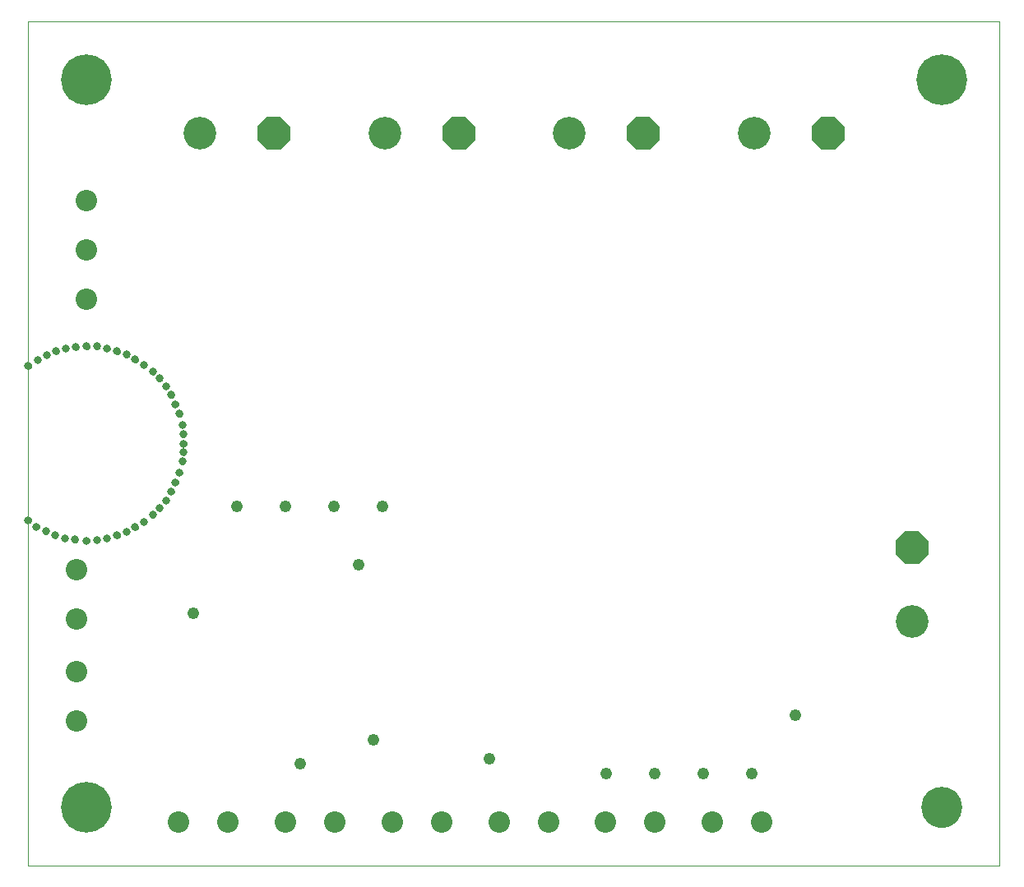
<source format=gbs>
G75*
%MOIN*%
%OFA0B0*%
%FSLAX25Y25*%
%IPPOS*%
%LPD*%
%AMOC8*
5,1,8,0,0,1.08239X$1,22.5*
%
%ADD10C,0.00000*%
%ADD11C,0.16548*%
%ADD12C,0.03162*%
%ADD13OC8,0.13200*%
%ADD14C,0.13200*%
%ADD15C,0.08674*%
%ADD16C,0.04762*%
%ADD17C,0.20548*%
D10*
X0026140Y0001800D02*
X0026140Y0344320D01*
X0419841Y0344320D01*
X0419841Y0001800D01*
X0026140Y0001800D01*
X0043857Y0134083D02*
X0043859Y0134152D01*
X0043865Y0134220D01*
X0043875Y0134288D01*
X0043889Y0134355D01*
X0043907Y0134422D01*
X0043928Y0134487D01*
X0043954Y0134551D01*
X0043983Y0134613D01*
X0044015Y0134673D01*
X0044051Y0134732D01*
X0044091Y0134788D01*
X0044133Y0134842D01*
X0044179Y0134893D01*
X0044228Y0134942D01*
X0044279Y0134988D01*
X0044333Y0135030D01*
X0044389Y0135070D01*
X0044447Y0135106D01*
X0044508Y0135138D01*
X0044570Y0135167D01*
X0044634Y0135193D01*
X0044699Y0135214D01*
X0044766Y0135232D01*
X0044833Y0135246D01*
X0044901Y0135256D01*
X0044969Y0135262D01*
X0045038Y0135264D01*
X0045107Y0135262D01*
X0045175Y0135256D01*
X0045243Y0135246D01*
X0045310Y0135232D01*
X0045377Y0135214D01*
X0045442Y0135193D01*
X0045506Y0135167D01*
X0045568Y0135138D01*
X0045628Y0135106D01*
X0045687Y0135070D01*
X0045743Y0135030D01*
X0045797Y0134988D01*
X0045848Y0134942D01*
X0045897Y0134893D01*
X0045943Y0134842D01*
X0045985Y0134788D01*
X0046025Y0134732D01*
X0046061Y0134673D01*
X0046093Y0134613D01*
X0046122Y0134551D01*
X0046148Y0134487D01*
X0046169Y0134422D01*
X0046187Y0134355D01*
X0046201Y0134288D01*
X0046211Y0134220D01*
X0046217Y0134152D01*
X0046219Y0134083D01*
X0046217Y0134014D01*
X0046211Y0133946D01*
X0046201Y0133878D01*
X0046187Y0133811D01*
X0046169Y0133744D01*
X0046148Y0133679D01*
X0046122Y0133615D01*
X0046093Y0133553D01*
X0046061Y0133492D01*
X0046025Y0133434D01*
X0045985Y0133378D01*
X0045943Y0133324D01*
X0045897Y0133273D01*
X0045848Y0133224D01*
X0045797Y0133178D01*
X0045743Y0133136D01*
X0045687Y0133096D01*
X0045629Y0133060D01*
X0045568Y0133028D01*
X0045506Y0132999D01*
X0045442Y0132973D01*
X0045377Y0132952D01*
X0045310Y0132934D01*
X0045243Y0132920D01*
X0045175Y0132910D01*
X0045107Y0132904D01*
X0045038Y0132902D01*
X0044969Y0132904D01*
X0044901Y0132910D01*
X0044833Y0132920D01*
X0044766Y0132934D01*
X0044699Y0132952D01*
X0044634Y0132973D01*
X0044570Y0132999D01*
X0044508Y0133028D01*
X0044447Y0133060D01*
X0044389Y0133096D01*
X0044333Y0133136D01*
X0044279Y0133178D01*
X0044228Y0133224D01*
X0044179Y0133273D01*
X0044133Y0133324D01*
X0044091Y0133378D01*
X0044051Y0133434D01*
X0044015Y0133492D01*
X0043983Y0133553D01*
X0043954Y0133615D01*
X0043928Y0133679D01*
X0043907Y0133744D01*
X0043889Y0133811D01*
X0043875Y0133878D01*
X0043865Y0133946D01*
X0043859Y0134014D01*
X0043857Y0134083D01*
X0039723Y0134674D02*
X0039725Y0134743D01*
X0039731Y0134811D01*
X0039741Y0134879D01*
X0039755Y0134946D01*
X0039773Y0135013D01*
X0039794Y0135078D01*
X0039820Y0135142D01*
X0039849Y0135204D01*
X0039881Y0135264D01*
X0039917Y0135323D01*
X0039957Y0135379D01*
X0039999Y0135433D01*
X0040045Y0135484D01*
X0040094Y0135533D01*
X0040145Y0135579D01*
X0040199Y0135621D01*
X0040255Y0135661D01*
X0040313Y0135697D01*
X0040374Y0135729D01*
X0040436Y0135758D01*
X0040500Y0135784D01*
X0040565Y0135805D01*
X0040632Y0135823D01*
X0040699Y0135837D01*
X0040767Y0135847D01*
X0040835Y0135853D01*
X0040904Y0135855D01*
X0040973Y0135853D01*
X0041041Y0135847D01*
X0041109Y0135837D01*
X0041176Y0135823D01*
X0041243Y0135805D01*
X0041308Y0135784D01*
X0041372Y0135758D01*
X0041434Y0135729D01*
X0041494Y0135697D01*
X0041553Y0135661D01*
X0041609Y0135621D01*
X0041663Y0135579D01*
X0041714Y0135533D01*
X0041763Y0135484D01*
X0041809Y0135433D01*
X0041851Y0135379D01*
X0041891Y0135323D01*
X0041927Y0135264D01*
X0041959Y0135204D01*
X0041988Y0135142D01*
X0042014Y0135078D01*
X0042035Y0135013D01*
X0042053Y0134946D01*
X0042067Y0134879D01*
X0042077Y0134811D01*
X0042083Y0134743D01*
X0042085Y0134674D01*
X0042083Y0134605D01*
X0042077Y0134537D01*
X0042067Y0134469D01*
X0042053Y0134402D01*
X0042035Y0134335D01*
X0042014Y0134270D01*
X0041988Y0134206D01*
X0041959Y0134144D01*
X0041927Y0134083D01*
X0041891Y0134025D01*
X0041851Y0133969D01*
X0041809Y0133915D01*
X0041763Y0133864D01*
X0041714Y0133815D01*
X0041663Y0133769D01*
X0041609Y0133727D01*
X0041553Y0133687D01*
X0041495Y0133651D01*
X0041434Y0133619D01*
X0041372Y0133590D01*
X0041308Y0133564D01*
X0041243Y0133543D01*
X0041176Y0133525D01*
X0041109Y0133511D01*
X0041041Y0133501D01*
X0040973Y0133495D01*
X0040904Y0133493D01*
X0040835Y0133495D01*
X0040767Y0133501D01*
X0040699Y0133511D01*
X0040632Y0133525D01*
X0040565Y0133543D01*
X0040500Y0133564D01*
X0040436Y0133590D01*
X0040374Y0133619D01*
X0040313Y0133651D01*
X0040255Y0133687D01*
X0040199Y0133727D01*
X0040145Y0133769D01*
X0040094Y0133815D01*
X0040045Y0133864D01*
X0039999Y0133915D01*
X0039957Y0133969D01*
X0039917Y0134025D01*
X0039881Y0134083D01*
X0039849Y0134144D01*
X0039820Y0134206D01*
X0039794Y0134270D01*
X0039773Y0134335D01*
X0039755Y0134402D01*
X0039741Y0134469D01*
X0039731Y0134537D01*
X0039725Y0134605D01*
X0039723Y0134674D01*
X0035786Y0135855D02*
X0035788Y0135924D01*
X0035794Y0135992D01*
X0035804Y0136060D01*
X0035818Y0136127D01*
X0035836Y0136194D01*
X0035857Y0136259D01*
X0035883Y0136323D01*
X0035912Y0136385D01*
X0035944Y0136445D01*
X0035980Y0136504D01*
X0036020Y0136560D01*
X0036062Y0136614D01*
X0036108Y0136665D01*
X0036157Y0136714D01*
X0036208Y0136760D01*
X0036262Y0136802D01*
X0036318Y0136842D01*
X0036376Y0136878D01*
X0036437Y0136910D01*
X0036499Y0136939D01*
X0036563Y0136965D01*
X0036628Y0136986D01*
X0036695Y0137004D01*
X0036762Y0137018D01*
X0036830Y0137028D01*
X0036898Y0137034D01*
X0036967Y0137036D01*
X0037036Y0137034D01*
X0037104Y0137028D01*
X0037172Y0137018D01*
X0037239Y0137004D01*
X0037306Y0136986D01*
X0037371Y0136965D01*
X0037435Y0136939D01*
X0037497Y0136910D01*
X0037557Y0136878D01*
X0037616Y0136842D01*
X0037672Y0136802D01*
X0037726Y0136760D01*
X0037777Y0136714D01*
X0037826Y0136665D01*
X0037872Y0136614D01*
X0037914Y0136560D01*
X0037954Y0136504D01*
X0037990Y0136445D01*
X0038022Y0136385D01*
X0038051Y0136323D01*
X0038077Y0136259D01*
X0038098Y0136194D01*
X0038116Y0136127D01*
X0038130Y0136060D01*
X0038140Y0135992D01*
X0038146Y0135924D01*
X0038148Y0135855D01*
X0038146Y0135786D01*
X0038140Y0135718D01*
X0038130Y0135650D01*
X0038116Y0135583D01*
X0038098Y0135516D01*
X0038077Y0135451D01*
X0038051Y0135387D01*
X0038022Y0135325D01*
X0037990Y0135264D01*
X0037954Y0135206D01*
X0037914Y0135150D01*
X0037872Y0135096D01*
X0037826Y0135045D01*
X0037777Y0134996D01*
X0037726Y0134950D01*
X0037672Y0134908D01*
X0037616Y0134868D01*
X0037558Y0134832D01*
X0037497Y0134800D01*
X0037435Y0134771D01*
X0037371Y0134745D01*
X0037306Y0134724D01*
X0037239Y0134706D01*
X0037172Y0134692D01*
X0037104Y0134682D01*
X0037036Y0134676D01*
X0036967Y0134674D01*
X0036898Y0134676D01*
X0036830Y0134682D01*
X0036762Y0134692D01*
X0036695Y0134706D01*
X0036628Y0134724D01*
X0036563Y0134745D01*
X0036499Y0134771D01*
X0036437Y0134800D01*
X0036376Y0134832D01*
X0036318Y0134868D01*
X0036262Y0134908D01*
X0036208Y0134950D01*
X0036157Y0134996D01*
X0036108Y0135045D01*
X0036062Y0135096D01*
X0036020Y0135150D01*
X0035980Y0135206D01*
X0035944Y0135264D01*
X0035912Y0135325D01*
X0035883Y0135387D01*
X0035857Y0135451D01*
X0035836Y0135516D01*
X0035818Y0135583D01*
X0035804Y0135650D01*
X0035794Y0135718D01*
X0035788Y0135786D01*
X0035786Y0135855D01*
X0032046Y0137430D02*
X0032048Y0137499D01*
X0032054Y0137567D01*
X0032064Y0137635D01*
X0032078Y0137702D01*
X0032096Y0137769D01*
X0032117Y0137834D01*
X0032143Y0137898D01*
X0032172Y0137960D01*
X0032204Y0138020D01*
X0032240Y0138079D01*
X0032280Y0138135D01*
X0032322Y0138189D01*
X0032368Y0138240D01*
X0032417Y0138289D01*
X0032468Y0138335D01*
X0032522Y0138377D01*
X0032578Y0138417D01*
X0032636Y0138453D01*
X0032697Y0138485D01*
X0032759Y0138514D01*
X0032823Y0138540D01*
X0032888Y0138561D01*
X0032955Y0138579D01*
X0033022Y0138593D01*
X0033090Y0138603D01*
X0033158Y0138609D01*
X0033227Y0138611D01*
X0033296Y0138609D01*
X0033364Y0138603D01*
X0033432Y0138593D01*
X0033499Y0138579D01*
X0033566Y0138561D01*
X0033631Y0138540D01*
X0033695Y0138514D01*
X0033757Y0138485D01*
X0033817Y0138453D01*
X0033876Y0138417D01*
X0033932Y0138377D01*
X0033986Y0138335D01*
X0034037Y0138289D01*
X0034086Y0138240D01*
X0034132Y0138189D01*
X0034174Y0138135D01*
X0034214Y0138079D01*
X0034250Y0138020D01*
X0034282Y0137960D01*
X0034311Y0137898D01*
X0034337Y0137834D01*
X0034358Y0137769D01*
X0034376Y0137702D01*
X0034390Y0137635D01*
X0034400Y0137567D01*
X0034406Y0137499D01*
X0034408Y0137430D01*
X0034406Y0137361D01*
X0034400Y0137293D01*
X0034390Y0137225D01*
X0034376Y0137158D01*
X0034358Y0137091D01*
X0034337Y0137026D01*
X0034311Y0136962D01*
X0034282Y0136900D01*
X0034250Y0136839D01*
X0034214Y0136781D01*
X0034174Y0136725D01*
X0034132Y0136671D01*
X0034086Y0136620D01*
X0034037Y0136571D01*
X0033986Y0136525D01*
X0033932Y0136483D01*
X0033876Y0136443D01*
X0033818Y0136407D01*
X0033757Y0136375D01*
X0033695Y0136346D01*
X0033631Y0136320D01*
X0033566Y0136299D01*
X0033499Y0136281D01*
X0033432Y0136267D01*
X0033364Y0136257D01*
X0033296Y0136251D01*
X0033227Y0136249D01*
X0033158Y0136251D01*
X0033090Y0136257D01*
X0033022Y0136267D01*
X0032955Y0136281D01*
X0032888Y0136299D01*
X0032823Y0136320D01*
X0032759Y0136346D01*
X0032697Y0136375D01*
X0032636Y0136407D01*
X0032578Y0136443D01*
X0032522Y0136483D01*
X0032468Y0136525D01*
X0032417Y0136571D01*
X0032368Y0136620D01*
X0032322Y0136671D01*
X0032280Y0136725D01*
X0032240Y0136781D01*
X0032204Y0136839D01*
X0032172Y0136900D01*
X0032143Y0136962D01*
X0032117Y0137026D01*
X0032096Y0137091D01*
X0032078Y0137158D01*
X0032064Y0137225D01*
X0032054Y0137293D01*
X0032048Y0137361D01*
X0032046Y0137430D01*
X0028306Y0139398D02*
X0028308Y0139467D01*
X0028314Y0139535D01*
X0028324Y0139603D01*
X0028338Y0139670D01*
X0028356Y0139737D01*
X0028377Y0139802D01*
X0028403Y0139866D01*
X0028432Y0139928D01*
X0028464Y0139988D01*
X0028500Y0140047D01*
X0028540Y0140103D01*
X0028582Y0140157D01*
X0028628Y0140208D01*
X0028677Y0140257D01*
X0028728Y0140303D01*
X0028782Y0140345D01*
X0028838Y0140385D01*
X0028896Y0140421D01*
X0028957Y0140453D01*
X0029019Y0140482D01*
X0029083Y0140508D01*
X0029148Y0140529D01*
X0029215Y0140547D01*
X0029282Y0140561D01*
X0029350Y0140571D01*
X0029418Y0140577D01*
X0029487Y0140579D01*
X0029556Y0140577D01*
X0029624Y0140571D01*
X0029692Y0140561D01*
X0029759Y0140547D01*
X0029826Y0140529D01*
X0029891Y0140508D01*
X0029955Y0140482D01*
X0030017Y0140453D01*
X0030077Y0140421D01*
X0030136Y0140385D01*
X0030192Y0140345D01*
X0030246Y0140303D01*
X0030297Y0140257D01*
X0030346Y0140208D01*
X0030392Y0140157D01*
X0030434Y0140103D01*
X0030474Y0140047D01*
X0030510Y0139988D01*
X0030542Y0139928D01*
X0030571Y0139866D01*
X0030597Y0139802D01*
X0030618Y0139737D01*
X0030636Y0139670D01*
X0030650Y0139603D01*
X0030660Y0139535D01*
X0030666Y0139467D01*
X0030668Y0139398D01*
X0030666Y0139329D01*
X0030660Y0139261D01*
X0030650Y0139193D01*
X0030636Y0139126D01*
X0030618Y0139059D01*
X0030597Y0138994D01*
X0030571Y0138930D01*
X0030542Y0138868D01*
X0030510Y0138807D01*
X0030474Y0138749D01*
X0030434Y0138693D01*
X0030392Y0138639D01*
X0030346Y0138588D01*
X0030297Y0138539D01*
X0030246Y0138493D01*
X0030192Y0138451D01*
X0030136Y0138411D01*
X0030078Y0138375D01*
X0030017Y0138343D01*
X0029955Y0138314D01*
X0029891Y0138288D01*
X0029826Y0138267D01*
X0029759Y0138249D01*
X0029692Y0138235D01*
X0029624Y0138225D01*
X0029556Y0138219D01*
X0029487Y0138217D01*
X0029418Y0138219D01*
X0029350Y0138225D01*
X0029282Y0138235D01*
X0029215Y0138249D01*
X0029148Y0138267D01*
X0029083Y0138288D01*
X0029019Y0138314D01*
X0028957Y0138343D01*
X0028896Y0138375D01*
X0028838Y0138411D01*
X0028782Y0138451D01*
X0028728Y0138493D01*
X0028677Y0138539D01*
X0028628Y0138588D01*
X0028582Y0138639D01*
X0028540Y0138693D01*
X0028500Y0138749D01*
X0028464Y0138807D01*
X0028432Y0138868D01*
X0028403Y0138930D01*
X0028377Y0138994D01*
X0028356Y0139059D01*
X0028338Y0139126D01*
X0028324Y0139193D01*
X0028314Y0139261D01*
X0028308Y0139329D01*
X0028306Y0139398D01*
X0024959Y0141957D02*
X0024961Y0142026D01*
X0024967Y0142094D01*
X0024977Y0142162D01*
X0024991Y0142229D01*
X0025009Y0142296D01*
X0025030Y0142361D01*
X0025056Y0142425D01*
X0025085Y0142487D01*
X0025117Y0142547D01*
X0025153Y0142606D01*
X0025193Y0142662D01*
X0025235Y0142716D01*
X0025281Y0142767D01*
X0025330Y0142816D01*
X0025381Y0142862D01*
X0025435Y0142904D01*
X0025491Y0142944D01*
X0025549Y0142980D01*
X0025610Y0143012D01*
X0025672Y0143041D01*
X0025736Y0143067D01*
X0025801Y0143088D01*
X0025868Y0143106D01*
X0025935Y0143120D01*
X0026003Y0143130D01*
X0026071Y0143136D01*
X0026140Y0143138D01*
X0026209Y0143136D01*
X0026277Y0143130D01*
X0026345Y0143120D01*
X0026412Y0143106D01*
X0026479Y0143088D01*
X0026544Y0143067D01*
X0026608Y0143041D01*
X0026670Y0143012D01*
X0026730Y0142980D01*
X0026789Y0142944D01*
X0026845Y0142904D01*
X0026899Y0142862D01*
X0026950Y0142816D01*
X0026999Y0142767D01*
X0027045Y0142716D01*
X0027087Y0142662D01*
X0027127Y0142606D01*
X0027163Y0142547D01*
X0027195Y0142487D01*
X0027224Y0142425D01*
X0027250Y0142361D01*
X0027271Y0142296D01*
X0027289Y0142229D01*
X0027303Y0142162D01*
X0027313Y0142094D01*
X0027319Y0142026D01*
X0027321Y0141957D01*
X0027319Y0141888D01*
X0027313Y0141820D01*
X0027303Y0141752D01*
X0027289Y0141685D01*
X0027271Y0141618D01*
X0027250Y0141553D01*
X0027224Y0141489D01*
X0027195Y0141427D01*
X0027163Y0141366D01*
X0027127Y0141308D01*
X0027087Y0141252D01*
X0027045Y0141198D01*
X0026999Y0141147D01*
X0026950Y0141098D01*
X0026899Y0141052D01*
X0026845Y0141010D01*
X0026789Y0140970D01*
X0026731Y0140934D01*
X0026670Y0140902D01*
X0026608Y0140873D01*
X0026544Y0140847D01*
X0026479Y0140826D01*
X0026412Y0140808D01*
X0026345Y0140794D01*
X0026277Y0140784D01*
X0026209Y0140778D01*
X0026140Y0140776D01*
X0026071Y0140778D01*
X0026003Y0140784D01*
X0025935Y0140794D01*
X0025868Y0140808D01*
X0025801Y0140826D01*
X0025736Y0140847D01*
X0025672Y0140873D01*
X0025610Y0140902D01*
X0025549Y0140934D01*
X0025491Y0140970D01*
X0025435Y0141010D01*
X0025381Y0141052D01*
X0025330Y0141098D01*
X0025281Y0141147D01*
X0025235Y0141198D01*
X0025193Y0141252D01*
X0025153Y0141308D01*
X0025117Y0141366D01*
X0025085Y0141427D01*
X0025056Y0141489D01*
X0025030Y0141553D01*
X0025009Y0141618D01*
X0024991Y0141685D01*
X0024977Y0141752D01*
X0024967Y0141820D01*
X0024961Y0141888D01*
X0024959Y0141957D01*
X0048581Y0133690D02*
X0048583Y0133759D01*
X0048589Y0133827D01*
X0048599Y0133895D01*
X0048613Y0133962D01*
X0048631Y0134029D01*
X0048652Y0134094D01*
X0048678Y0134158D01*
X0048707Y0134220D01*
X0048739Y0134280D01*
X0048775Y0134339D01*
X0048815Y0134395D01*
X0048857Y0134449D01*
X0048903Y0134500D01*
X0048952Y0134549D01*
X0049003Y0134595D01*
X0049057Y0134637D01*
X0049113Y0134677D01*
X0049171Y0134713D01*
X0049232Y0134745D01*
X0049294Y0134774D01*
X0049358Y0134800D01*
X0049423Y0134821D01*
X0049490Y0134839D01*
X0049557Y0134853D01*
X0049625Y0134863D01*
X0049693Y0134869D01*
X0049762Y0134871D01*
X0049831Y0134869D01*
X0049899Y0134863D01*
X0049967Y0134853D01*
X0050034Y0134839D01*
X0050101Y0134821D01*
X0050166Y0134800D01*
X0050230Y0134774D01*
X0050292Y0134745D01*
X0050352Y0134713D01*
X0050411Y0134677D01*
X0050467Y0134637D01*
X0050521Y0134595D01*
X0050572Y0134549D01*
X0050621Y0134500D01*
X0050667Y0134449D01*
X0050709Y0134395D01*
X0050749Y0134339D01*
X0050785Y0134280D01*
X0050817Y0134220D01*
X0050846Y0134158D01*
X0050872Y0134094D01*
X0050893Y0134029D01*
X0050911Y0133962D01*
X0050925Y0133895D01*
X0050935Y0133827D01*
X0050941Y0133759D01*
X0050943Y0133690D01*
X0050941Y0133621D01*
X0050935Y0133553D01*
X0050925Y0133485D01*
X0050911Y0133418D01*
X0050893Y0133351D01*
X0050872Y0133286D01*
X0050846Y0133222D01*
X0050817Y0133160D01*
X0050785Y0133099D01*
X0050749Y0133041D01*
X0050709Y0132985D01*
X0050667Y0132931D01*
X0050621Y0132880D01*
X0050572Y0132831D01*
X0050521Y0132785D01*
X0050467Y0132743D01*
X0050411Y0132703D01*
X0050353Y0132667D01*
X0050292Y0132635D01*
X0050230Y0132606D01*
X0050166Y0132580D01*
X0050101Y0132559D01*
X0050034Y0132541D01*
X0049967Y0132527D01*
X0049899Y0132517D01*
X0049831Y0132511D01*
X0049762Y0132509D01*
X0049693Y0132511D01*
X0049625Y0132517D01*
X0049557Y0132527D01*
X0049490Y0132541D01*
X0049423Y0132559D01*
X0049358Y0132580D01*
X0049294Y0132606D01*
X0049232Y0132635D01*
X0049171Y0132667D01*
X0049113Y0132703D01*
X0049057Y0132743D01*
X0049003Y0132785D01*
X0048952Y0132831D01*
X0048903Y0132880D01*
X0048857Y0132931D01*
X0048815Y0132985D01*
X0048775Y0133041D01*
X0048739Y0133099D01*
X0048707Y0133160D01*
X0048678Y0133222D01*
X0048652Y0133286D01*
X0048631Y0133351D01*
X0048613Y0133418D01*
X0048599Y0133485D01*
X0048589Y0133553D01*
X0048583Y0133621D01*
X0048581Y0133690D01*
X0052715Y0133887D02*
X0052717Y0133956D01*
X0052723Y0134024D01*
X0052733Y0134092D01*
X0052747Y0134159D01*
X0052765Y0134226D01*
X0052786Y0134291D01*
X0052812Y0134355D01*
X0052841Y0134417D01*
X0052873Y0134477D01*
X0052909Y0134536D01*
X0052949Y0134592D01*
X0052991Y0134646D01*
X0053037Y0134697D01*
X0053086Y0134746D01*
X0053137Y0134792D01*
X0053191Y0134834D01*
X0053247Y0134874D01*
X0053305Y0134910D01*
X0053366Y0134942D01*
X0053428Y0134971D01*
X0053492Y0134997D01*
X0053557Y0135018D01*
X0053624Y0135036D01*
X0053691Y0135050D01*
X0053759Y0135060D01*
X0053827Y0135066D01*
X0053896Y0135068D01*
X0053965Y0135066D01*
X0054033Y0135060D01*
X0054101Y0135050D01*
X0054168Y0135036D01*
X0054235Y0135018D01*
X0054300Y0134997D01*
X0054364Y0134971D01*
X0054426Y0134942D01*
X0054486Y0134910D01*
X0054545Y0134874D01*
X0054601Y0134834D01*
X0054655Y0134792D01*
X0054706Y0134746D01*
X0054755Y0134697D01*
X0054801Y0134646D01*
X0054843Y0134592D01*
X0054883Y0134536D01*
X0054919Y0134477D01*
X0054951Y0134417D01*
X0054980Y0134355D01*
X0055006Y0134291D01*
X0055027Y0134226D01*
X0055045Y0134159D01*
X0055059Y0134092D01*
X0055069Y0134024D01*
X0055075Y0133956D01*
X0055077Y0133887D01*
X0055075Y0133818D01*
X0055069Y0133750D01*
X0055059Y0133682D01*
X0055045Y0133615D01*
X0055027Y0133548D01*
X0055006Y0133483D01*
X0054980Y0133419D01*
X0054951Y0133357D01*
X0054919Y0133296D01*
X0054883Y0133238D01*
X0054843Y0133182D01*
X0054801Y0133128D01*
X0054755Y0133077D01*
X0054706Y0133028D01*
X0054655Y0132982D01*
X0054601Y0132940D01*
X0054545Y0132900D01*
X0054487Y0132864D01*
X0054426Y0132832D01*
X0054364Y0132803D01*
X0054300Y0132777D01*
X0054235Y0132756D01*
X0054168Y0132738D01*
X0054101Y0132724D01*
X0054033Y0132714D01*
X0053965Y0132708D01*
X0053896Y0132706D01*
X0053827Y0132708D01*
X0053759Y0132714D01*
X0053691Y0132724D01*
X0053624Y0132738D01*
X0053557Y0132756D01*
X0053492Y0132777D01*
X0053428Y0132803D01*
X0053366Y0132832D01*
X0053305Y0132864D01*
X0053247Y0132900D01*
X0053191Y0132940D01*
X0053137Y0132982D01*
X0053086Y0133028D01*
X0053037Y0133077D01*
X0052991Y0133128D01*
X0052949Y0133182D01*
X0052909Y0133238D01*
X0052873Y0133296D01*
X0052841Y0133357D01*
X0052812Y0133419D01*
X0052786Y0133483D01*
X0052765Y0133548D01*
X0052747Y0133615D01*
X0052733Y0133682D01*
X0052723Y0133750D01*
X0052717Y0133818D01*
X0052715Y0133887D01*
X0056849Y0134674D02*
X0056851Y0134743D01*
X0056857Y0134811D01*
X0056867Y0134879D01*
X0056881Y0134946D01*
X0056899Y0135013D01*
X0056920Y0135078D01*
X0056946Y0135142D01*
X0056975Y0135204D01*
X0057007Y0135264D01*
X0057043Y0135323D01*
X0057083Y0135379D01*
X0057125Y0135433D01*
X0057171Y0135484D01*
X0057220Y0135533D01*
X0057271Y0135579D01*
X0057325Y0135621D01*
X0057381Y0135661D01*
X0057439Y0135697D01*
X0057500Y0135729D01*
X0057562Y0135758D01*
X0057626Y0135784D01*
X0057691Y0135805D01*
X0057758Y0135823D01*
X0057825Y0135837D01*
X0057893Y0135847D01*
X0057961Y0135853D01*
X0058030Y0135855D01*
X0058099Y0135853D01*
X0058167Y0135847D01*
X0058235Y0135837D01*
X0058302Y0135823D01*
X0058369Y0135805D01*
X0058434Y0135784D01*
X0058498Y0135758D01*
X0058560Y0135729D01*
X0058620Y0135697D01*
X0058679Y0135661D01*
X0058735Y0135621D01*
X0058789Y0135579D01*
X0058840Y0135533D01*
X0058889Y0135484D01*
X0058935Y0135433D01*
X0058977Y0135379D01*
X0059017Y0135323D01*
X0059053Y0135264D01*
X0059085Y0135204D01*
X0059114Y0135142D01*
X0059140Y0135078D01*
X0059161Y0135013D01*
X0059179Y0134946D01*
X0059193Y0134879D01*
X0059203Y0134811D01*
X0059209Y0134743D01*
X0059211Y0134674D01*
X0059209Y0134605D01*
X0059203Y0134537D01*
X0059193Y0134469D01*
X0059179Y0134402D01*
X0059161Y0134335D01*
X0059140Y0134270D01*
X0059114Y0134206D01*
X0059085Y0134144D01*
X0059053Y0134083D01*
X0059017Y0134025D01*
X0058977Y0133969D01*
X0058935Y0133915D01*
X0058889Y0133864D01*
X0058840Y0133815D01*
X0058789Y0133769D01*
X0058735Y0133727D01*
X0058679Y0133687D01*
X0058621Y0133651D01*
X0058560Y0133619D01*
X0058498Y0133590D01*
X0058434Y0133564D01*
X0058369Y0133543D01*
X0058302Y0133525D01*
X0058235Y0133511D01*
X0058167Y0133501D01*
X0058099Y0133495D01*
X0058030Y0133493D01*
X0057961Y0133495D01*
X0057893Y0133501D01*
X0057825Y0133511D01*
X0057758Y0133525D01*
X0057691Y0133543D01*
X0057626Y0133564D01*
X0057562Y0133590D01*
X0057500Y0133619D01*
X0057439Y0133651D01*
X0057381Y0133687D01*
X0057325Y0133727D01*
X0057271Y0133769D01*
X0057220Y0133815D01*
X0057171Y0133864D01*
X0057125Y0133915D01*
X0057083Y0133969D01*
X0057043Y0134025D01*
X0057007Y0134083D01*
X0056975Y0134144D01*
X0056946Y0134206D01*
X0056920Y0134270D01*
X0056899Y0134335D01*
X0056881Y0134402D01*
X0056867Y0134469D01*
X0056857Y0134537D01*
X0056851Y0134605D01*
X0056849Y0134674D01*
X0060983Y0135855D02*
X0060985Y0135924D01*
X0060991Y0135992D01*
X0061001Y0136060D01*
X0061015Y0136127D01*
X0061033Y0136194D01*
X0061054Y0136259D01*
X0061080Y0136323D01*
X0061109Y0136385D01*
X0061141Y0136445D01*
X0061177Y0136504D01*
X0061217Y0136560D01*
X0061259Y0136614D01*
X0061305Y0136665D01*
X0061354Y0136714D01*
X0061405Y0136760D01*
X0061459Y0136802D01*
X0061515Y0136842D01*
X0061573Y0136878D01*
X0061634Y0136910D01*
X0061696Y0136939D01*
X0061760Y0136965D01*
X0061825Y0136986D01*
X0061892Y0137004D01*
X0061959Y0137018D01*
X0062027Y0137028D01*
X0062095Y0137034D01*
X0062164Y0137036D01*
X0062233Y0137034D01*
X0062301Y0137028D01*
X0062369Y0137018D01*
X0062436Y0137004D01*
X0062503Y0136986D01*
X0062568Y0136965D01*
X0062632Y0136939D01*
X0062694Y0136910D01*
X0062754Y0136878D01*
X0062813Y0136842D01*
X0062869Y0136802D01*
X0062923Y0136760D01*
X0062974Y0136714D01*
X0063023Y0136665D01*
X0063069Y0136614D01*
X0063111Y0136560D01*
X0063151Y0136504D01*
X0063187Y0136445D01*
X0063219Y0136385D01*
X0063248Y0136323D01*
X0063274Y0136259D01*
X0063295Y0136194D01*
X0063313Y0136127D01*
X0063327Y0136060D01*
X0063337Y0135992D01*
X0063343Y0135924D01*
X0063345Y0135855D01*
X0063343Y0135786D01*
X0063337Y0135718D01*
X0063327Y0135650D01*
X0063313Y0135583D01*
X0063295Y0135516D01*
X0063274Y0135451D01*
X0063248Y0135387D01*
X0063219Y0135325D01*
X0063187Y0135264D01*
X0063151Y0135206D01*
X0063111Y0135150D01*
X0063069Y0135096D01*
X0063023Y0135045D01*
X0062974Y0134996D01*
X0062923Y0134950D01*
X0062869Y0134908D01*
X0062813Y0134868D01*
X0062755Y0134832D01*
X0062694Y0134800D01*
X0062632Y0134771D01*
X0062568Y0134745D01*
X0062503Y0134724D01*
X0062436Y0134706D01*
X0062369Y0134692D01*
X0062301Y0134682D01*
X0062233Y0134676D01*
X0062164Y0134674D01*
X0062095Y0134676D01*
X0062027Y0134682D01*
X0061959Y0134692D01*
X0061892Y0134706D01*
X0061825Y0134724D01*
X0061760Y0134745D01*
X0061696Y0134771D01*
X0061634Y0134800D01*
X0061573Y0134832D01*
X0061515Y0134868D01*
X0061459Y0134908D01*
X0061405Y0134950D01*
X0061354Y0134996D01*
X0061305Y0135045D01*
X0061259Y0135096D01*
X0061217Y0135150D01*
X0061177Y0135206D01*
X0061141Y0135264D01*
X0061109Y0135325D01*
X0061080Y0135387D01*
X0061054Y0135451D01*
X0061033Y0135516D01*
X0061015Y0135583D01*
X0061001Y0135650D01*
X0060991Y0135718D01*
X0060985Y0135786D01*
X0060983Y0135855D01*
X0064723Y0137233D02*
X0064725Y0137302D01*
X0064731Y0137370D01*
X0064741Y0137438D01*
X0064755Y0137505D01*
X0064773Y0137572D01*
X0064794Y0137637D01*
X0064820Y0137701D01*
X0064849Y0137763D01*
X0064881Y0137823D01*
X0064917Y0137882D01*
X0064957Y0137938D01*
X0064999Y0137992D01*
X0065045Y0138043D01*
X0065094Y0138092D01*
X0065145Y0138138D01*
X0065199Y0138180D01*
X0065255Y0138220D01*
X0065313Y0138256D01*
X0065374Y0138288D01*
X0065436Y0138317D01*
X0065500Y0138343D01*
X0065565Y0138364D01*
X0065632Y0138382D01*
X0065699Y0138396D01*
X0065767Y0138406D01*
X0065835Y0138412D01*
X0065904Y0138414D01*
X0065973Y0138412D01*
X0066041Y0138406D01*
X0066109Y0138396D01*
X0066176Y0138382D01*
X0066243Y0138364D01*
X0066308Y0138343D01*
X0066372Y0138317D01*
X0066434Y0138288D01*
X0066494Y0138256D01*
X0066553Y0138220D01*
X0066609Y0138180D01*
X0066663Y0138138D01*
X0066714Y0138092D01*
X0066763Y0138043D01*
X0066809Y0137992D01*
X0066851Y0137938D01*
X0066891Y0137882D01*
X0066927Y0137823D01*
X0066959Y0137763D01*
X0066988Y0137701D01*
X0067014Y0137637D01*
X0067035Y0137572D01*
X0067053Y0137505D01*
X0067067Y0137438D01*
X0067077Y0137370D01*
X0067083Y0137302D01*
X0067085Y0137233D01*
X0067083Y0137164D01*
X0067077Y0137096D01*
X0067067Y0137028D01*
X0067053Y0136961D01*
X0067035Y0136894D01*
X0067014Y0136829D01*
X0066988Y0136765D01*
X0066959Y0136703D01*
X0066927Y0136642D01*
X0066891Y0136584D01*
X0066851Y0136528D01*
X0066809Y0136474D01*
X0066763Y0136423D01*
X0066714Y0136374D01*
X0066663Y0136328D01*
X0066609Y0136286D01*
X0066553Y0136246D01*
X0066495Y0136210D01*
X0066434Y0136178D01*
X0066372Y0136149D01*
X0066308Y0136123D01*
X0066243Y0136102D01*
X0066176Y0136084D01*
X0066109Y0136070D01*
X0066041Y0136060D01*
X0065973Y0136054D01*
X0065904Y0136052D01*
X0065835Y0136054D01*
X0065767Y0136060D01*
X0065699Y0136070D01*
X0065632Y0136084D01*
X0065565Y0136102D01*
X0065500Y0136123D01*
X0065436Y0136149D01*
X0065374Y0136178D01*
X0065313Y0136210D01*
X0065255Y0136246D01*
X0065199Y0136286D01*
X0065145Y0136328D01*
X0065094Y0136374D01*
X0065045Y0136423D01*
X0064999Y0136474D01*
X0064957Y0136528D01*
X0064917Y0136584D01*
X0064881Y0136642D01*
X0064849Y0136703D01*
X0064820Y0136765D01*
X0064794Y0136829D01*
X0064773Y0136894D01*
X0064755Y0136961D01*
X0064741Y0137028D01*
X0064731Y0137096D01*
X0064725Y0137164D01*
X0064723Y0137233D01*
X0068266Y0139202D02*
X0068268Y0139271D01*
X0068274Y0139339D01*
X0068284Y0139407D01*
X0068298Y0139474D01*
X0068316Y0139541D01*
X0068337Y0139606D01*
X0068363Y0139670D01*
X0068392Y0139732D01*
X0068424Y0139792D01*
X0068460Y0139851D01*
X0068500Y0139907D01*
X0068542Y0139961D01*
X0068588Y0140012D01*
X0068637Y0140061D01*
X0068688Y0140107D01*
X0068742Y0140149D01*
X0068798Y0140189D01*
X0068856Y0140225D01*
X0068917Y0140257D01*
X0068979Y0140286D01*
X0069043Y0140312D01*
X0069108Y0140333D01*
X0069175Y0140351D01*
X0069242Y0140365D01*
X0069310Y0140375D01*
X0069378Y0140381D01*
X0069447Y0140383D01*
X0069516Y0140381D01*
X0069584Y0140375D01*
X0069652Y0140365D01*
X0069719Y0140351D01*
X0069786Y0140333D01*
X0069851Y0140312D01*
X0069915Y0140286D01*
X0069977Y0140257D01*
X0070037Y0140225D01*
X0070096Y0140189D01*
X0070152Y0140149D01*
X0070206Y0140107D01*
X0070257Y0140061D01*
X0070306Y0140012D01*
X0070352Y0139961D01*
X0070394Y0139907D01*
X0070434Y0139851D01*
X0070470Y0139792D01*
X0070502Y0139732D01*
X0070531Y0139670D01*
X0070557Y0139606D01*
X0070578Y0139541D01*
X0070596Y0139474D01*
X0070610Y0139407D01*
X0070620Y0139339D01*
X0070626Y0139271D01*
X0070628Y0139202D01*
X0070626Y0139133D01*
X0070620Y0139065D01*
X0070610Y0138997D01*
X0070596Y0138930D01*
X0070578Y0138863D01*
X0070557Y0138798D01*
X0070531Y0138734D01*
X0070502Y0138672D01*
X0070470Y0138611D01*
X0070434Y0138553D01*
X0070394Y0138497D01*
X0070352Y0138443D01*
X0070306Y0138392D01*
X0070257Y0138343D01*
X0070206Y0138297D01*
X0070152Y0138255D01*
X0070096Y0138215D01*
X0070038Y0138179D01*
X0069977Y0138147D01*
X0069915Y0138118D01*
X0069851Y0138092D01*
X0069786Y0138071D01*
X0069719Y0138053D01*
X0069652Y0138039D01*
X0069584Y0138029D01*
X0069516Y0138023D01*
X0069447Y0138021D01*
X0069378Y0138023D01*
X0069310Y0138029D01*
X0069242Y0138039D01*
X0069175Y0138053D01*
X0069108Y0138071D01*
X0069043Y0138092D01*
X0068979Y0138118D01*
X0068917Y0138147D01*
X0068856Y0138179D01*
X0068798Y0138215D01*
X0068742Y0138255D01*
X0068688Y0138297D01*
X0068637Y0138343D01*
X0068588Y0138392D01*
X0068542Y0138443D01*
X0068500Y0138497D01*
X0068460Y0138553D01*
X0068424Y0138611D01*
X0068392Y0138672D01*
X0068363Y0138734D01*
X0068337Y0138798D01*
X0068316Y0138863D01*
X0068298Y0138930D01*
X0068284Y0138997D01*
X0068274Y0139065D01*
X0068268Y0139133D01*
X0068266Y0139202D01*
X0071810Y0141367D02*
X0071812Y0141436D01*
X0071818Y0141504D01*
X0071828Y0141572D01*
X0071842Y0141639D01*
X0071860Y0141706D01*
X0071881Y0141771D01*
X0071907Y0141835D01*
X0071936Y0141897D01*
X0071968Y0141957D01*
X0072004Y0142016D01*
X0072044Y0142072D01*
X0072086Y0142126D01*
X0072132Y0142177D01*
X0072181Y0142226D01*
X0072232Y0142272D01*
X0072286Y0142314D01*
X0072342Y0142354D01*
X0072400Y0142390D01*
X0072461Y0142422D01*
X0072523Y0142451D01*
X0072587Y0142477D01*
X0072652Y0142498D01*
X0072719Y0142516D01*
X0072786Y0142530D01*
X0072854Y0142540D01*
X0072922Y0142546D01*
X0072991Y0142548D01*
X0073060Y0142546D01*
X0073128Y0142540D01*
X0073196Y0142530D01*
X0073263Y0142516D01*
X0073330Y0142498D01*
X0073395Y0142477D01*
X0073459Y0142451D01*
X0073521Y0142422D01*
X0073581Y0142390D01*
X0073640Y0142354D01*
X0073696Y0142314D01*
X0073750Y0142272D01*
X0073801Y0142226D01*
X0073850Y0142177D01*
X0073896Y0142126D01*
X0073938Y0142072D01*
X0073978Y0142016D01*
X0074014Y0141957D01*
X0074046Y0141897D01*
X0074075Y0141835D01*
X0074101Y0141771D01*
X0074122Y0141706D01*
X0074140Y0141639D01*
X0074154Y0141572D01*
X0074164Y0141504D01*
X0074170Y0141436D01*
X0074172Y0141367D01*
X0074170Y0141298D01*
X0074164Y0141230D01*
X0074154Y0141162D01*
X0074140Y0141095D01*
X0074122Y0141028D01*
X0074101Y0140963D01*
X0074075Y0140899D01*
X0074046Y0140837D01*
X0074014Y0140776D01*
X0073978Y0140718D01*
X0073938Y0140662D01*
X0073896Y0140608D01*
X0073850Y0140557D01*
X0073801Y0140508D01*
X0073750Y0140462D01*
X0073696Y0140420D01*
X0073640Y0140380D01*
X0073582Y0140344D01*
X0073521Y0140312D01*
X0073459Y0140283D01*
X0073395Y0140257D01*
X0073330Y0140236D01*
X0073263Y0140218D01*
X0073196Y0140204D01*
X0073128Y0140194D01*
X0073060Y0140188D01*
X0072991Y0140186D01*
X0072922Y0140188D01*
X0072854Y0140194D01*
X0072786Y0140204D01*
X0072719Y0140218D01*
X0072652Y0140236D01*
X0072587Y0140257D01*
X0072523Y0140283D01*
X0072461Y0140312D01*
X0072400Y0140344D01*
X0072342Y0140380D01*
X0072286Y0140420D01*
X0072232Y0140462D01*
X0072181Y0140508D01*
X0072132Y0140557D01*
X0072086Y0140608D01*
X0072044Y0140662D01*
X0072004Y0140718D01*
X0071968Y0140776D01*
X0071936Y0140837D01*
X0071907Y0140899D01*
X0071881Y0140963D01*
X0071860Y0141028D01*
X0071842Y0141095D01*
X0071828Y0141162D01*
X0071818Y0141230D01*
X0071812Y0141298D01*
X0071810Y0141367D01*
X0075353Y0144123D02*
X0075355Y0144192D01*
X0075361Y0144260D01*
X0075371Y0144328D01*
X0075385Y0144395D01*
X0075403Y0144462D01*
X0075424Y0144527D01*
X0075450Y0144591D01*
X0075479Y0144653D01*
X0075511Y0144713D01*
X0075547Y0144772D01*
X0075587Y0144828D01*
X0075629Y0144882D01*
X0075675Y0144933D01*
X0075724Y0144982D01*
X0075775Y0145028D01*
X0075829Y0145070D01*
X0075885Y0145110D01*
X0075943Y0145146D01*
X0076004Y0145178D01*
X0076066Y0145207D01*
X0076130Y0145233D01*
X0076195Y0145254D01*
X0076262Y0145272D01*
X0076329Y0145286D01*
X0076397Y0145296D01*
X0076465Y0145302D01*
X0076534Y0145304D01*
X0076603Y0145302D01*
X0076671Y0145296D01*
X0076739Y0145286D01*
X0076806Y0145272D01*
X0076873Y0145254D01*
X0076938Y0145233D01*
X0077002Y0145207D01*
X0077064Y0145178D01*
X0077124Y0145146D01*
X0077183Y0145110D01*
X0077239Y0145070D01*
X0077293Y0145028D01*
X0077344Y0144982D01*
X0077393Y0144933D01*
X0077439Y0144882D01*
X0077481Y0144828D01*
X0077521Y0144772D01*
X0077557Y0144713D01*
X0077589Y0144653D01*
X0077618Y0144591D01*
X0077644Y0144527D01*
X0077665Y0144462D01*
X0077683Y0144395D01*
X0077697Y0144328D01*
X0077707Y0144260D01*
X0077713Y0144192D01*
X0077715Y0144123D01*
X0077713Y0144054D01*
X0077707Y0143986D01*
X0077697Y0143918D01*
X0077683Y0143851D01*
X0077665Y0143784D01*
X0077644Y0143719D01*
X0077618Y0143655D01*
X0077589Y0143593D01*
X0077557Y0143532D01*
X0077521Y0143474D01*
X0077481Y0143418D01*
X0077439Y0143364D01*
X0077393Y0143313D01*
X0077344Y0143264D01*
X0077293Y0143218D01*
X0077239Y0143176D01*
X0077183Y0143136D01*
X0077125Y0143100D01*
X0077064Y0143068D01*
X0077002Y0143039D01*
X0076938Y0143013D01*
X0076873Y0142992D01*
X0076806Y0142974D01*
X0076739Y0142960D01*
X0076671Y0142950D01*
X0076603Y0142944D01*
X0076534Y0142942D01*
X0076465Y0142944D01*
X0076397Y0142950D01*
X0076329Y0142960D01*
X0076262Y0142974D01*
X0076195Y0142992D01*
X0076130Y0143013D01*
X0076066Y0143039D01*
X0076004Y0143068D01*
X0075943Y0143100D01*
X0075885Y0143136D01*
X0075829Y0143176D01*
X0075775Y0143218D01*
X0075724Y0143264D01*
X0075675Y0143313D01*
X0075629Y0143364D01*
X0075587Y0143418D01*
X0075547Y0143474D01*
X0075511Y0143532D01*
X0075479Y0143593D01*
X0075450Y0143655D01*
X0075424Y0143719D01*
X0075403Y0143784D01*
X0075385Y0143851D01*
X0075371Y0143918D01*
X0075361Y0143986D01*
X0075355Y0144054D01*
X0075353Y0144123D01*
X0078109Y0146879D02*
X0078111Y0146948D01*
X0078117Y0147016D01*
X0078127Y0147084D01*
X0078141Y0147151D01*
X0078159Y0147218D01*
X0078180Y0147283D01*
X0078206Y0147347D01*
X0078235Y0147409D01*
X0078267Y0147469D01*
X0078303Y0147528D01*
X0078343Y0147584D01*
X0078385Y0147638D01*
X0078431Y0147689D01*
X0078480Y0147738D01*
X0078531Y0147784D01*
X0078585Y0147826D01*
X0078641Y0147866D01*
X0078699Y0147902D01*
X0078760Y0147934D01*
X0078822Y0147963D01*
X0078886Y0147989D01*
X0078951Y0148010D01*
X0079018Y0148028D01*
X0079085Y0148042D01*
X0079153Y0148052D01*
X0079221Y0148058D01*
X0079290Y0148060D01*
X0079359Y0148058D01*
X0079427Y0148052D01*
X0079495Y0148042D01*
X0079562Y0148028D01*
X0079629Y0148010D01*
X0079694Y0147989D01*
X0079758Y0147963D01*
X0079820Y0147934D01*
X0079880Y0147902D01*
X0079939Y0147866D01*
X0079995Y0147826D01*
X0080049Y0147784D01*
X0080100Y0147738D01*
X0080149Y0147689D01*
X0080195Y0147638D01*
X0080237Y0147584D01*
X0080277Y0147528D01*
X0080313Y0147469D01*
X0080345Y0147409D01*
X0080374Y0147347D01*
X0080400Y0147283D01*
X0080421Y0147218D01*
X0080439Y0147151D01*
X0080453Y0147084D01*
X0080463Y0147016D01*
X0080469Y0146948D01*
X0080471Y0146879D01*
X0080469Y0146810D01*
X0080463Y0146742D01*
X0080453Y0146674D01*
X0080439Y0146607D01*
X0080421Y0146540D01*
X0080400Y0146475D01*
X0080374Y0146411D01*
X0080345Y0146349D01*
X0080313Y0146288D01*
X0080277Y0146230D01*
X0080237Y0146174D01*
X0080195Y0146120D01*
X0080149Y0146069D01*
X0080100Y0146020D01*
X0080049Y0145974D01*
X0079995Y0145932D01*
X0079939Y0145892D01*
X0079881Y0145856D01*
X0079820Y0145824D01*
X0079758Y0145795D01*
X0079694Y0145769D01*
X0079629Y0145748D01*
X0079562Y0145730D01*
X0079495Y0145716D01*
X0079427Y0145706D01*
X0079359Y0145700D01*
X0079290Y0145698D01*
X0079221Y0145700D01*
X0079153Y0145706D01*
X0079085Y0145716D01*
X0079018Y0145730D01*
X0078951Y0145748D01*
X0078886Y0145769D01*
X0078822Y0145795D01*
X0078760Y0145824D01*
X0078699Y0145856D01*
X0078641Y0145892D01*
X0078585Y0145932D01*
X0078531Y0145974D01*
X0078480Y0146020D01*
X0078431Y0146069D01*
X0078385Y0146120D01*
X0078343Y0146174D01*
X0078303Y0146230D01*
X0078267Y0146288D01*
X0078235Y0146349D01*
X0078206Y0146411D01*
X0078180Y0146475D01*
X0078159Y0146540D01*
X0078141Y0146607D01*
X0078127Y0146674D01*
X0078117Y0146742D01*
X0078111Y0146810D01*
X0078109Y0146879D01*
X0080668Y0150028D02*
X0080670Y0150097D01*
X0080676Y0150165D01*
X0080686Y0150233D01*
X0080700Y0150300D01*
X0080718Y0150367D01*
X0080739Y0150432D01*
X0080765Y0150496D01*
X0080794Y0150558D01*
X0080826Y0150618D01*
X0080862Y0150677D01*
X0080902Y0150733D01*
X0080944Y0150787D01*
X0080990Y0150838D01*
X0081039Y0150887D01*
X0081090Y0150933D01*
X0081144Y0150975D01*
X0081200Y0151015D01*
X0081258Y0151051D01*
X0081319Y0151083D01*
X0081381Y0151112D01*
X0081445Y0151138D01*
X0081510Y0151159D01*
X0081577Y0151177D01*
X0081644Y0151191D01*
X0081712Y0151201D01*
X0081780Y0151207D01*
X0081849Y0151209D01*
X0081918Y0151207D01*
X0081986Y0151201D01*
X0082054Y0151191D01*
X0082121Y0151177D01*
X0082188Y0151159D01*
X0082253Y0151138D01*
X0082317Y0151112D01*
X0082379Y0151083D01*
X0082439Y0151051D01*
X0082498Y0151015D01*
X0082554Y0150975D01*
X0082608Y0150933D01*
X0082659Y0150887D01*
X0082708Y0150838D01*
X0082754Y0150787D01*
X0082796Y0150733D01*
X0082836Y0150677D01*
X0082872Y0150618D01*
X0082904Y0150558D01*
X0082933Y0150496D01*
X0082959Y0150432D01*
X0082980Y0150367D01*
X0082998Y0150300D01*
X0083012Y0150233D01*
X0083022Y0150165D01*
X0083028Y0150097D01*
X0083030Y0150028D01*
X0083028Y0149959D01*
X0083022Y0149891D01*
X0083012Y0149823D01*
X0082998Y0149756D01*
X0082980Y0149689D01*
X0082959Y0149624D01*
X0082933Y0149560D01*
X0082904Y0149498D01*
X0082872Y0149437D01*
X0082836Y0149379D01*
X0082796Y0149323D01*
X0082754Y0149269D01*
X0082708Y0149218D01*
X0082659Y0149169D01*
X0082608Y0149123D01*
X0082554Y0149081D01*
X0082498Y0149041D01*
X0082440Y0149005D01*
X0082379Y0148973D01*
X0082317Y0148944D01*
X0082253Y0148918D01*
X0082188Y0148897D01*
X0082121Y0148879D01*
X0082054Y0148865D01*
X0081986Y0148855D01*
X0081918Y0148849D01*
X0081849Y0148847D01*
X0081780Y0148849D01*
X0081712Y0148855D01*
X0081644Y0148865D01*
X0081577Y0148879D01*
X0081510Y0148897D01*
X0081445Y0148918D01*
X0081381Y0148944D01*
X0081319Y0148973D01*
X0081258Y0149005D01*
X0081200Y0149041D01*
X0081144Y0149081D01*
X0081090Y0149123D01*
X0081039Y0149169D01*
X0080990Y0149218D01*
X0080944Y0149269D01*
X0080902Y0149323D01*
X0080862Y0149379D01*
X0080826Y0149437D01*
X0080794Y0149498D01*
X0080765Y0149560D01*
X0080739Y0149624D01*
X0080718Y0149689D01*
X0080700Y0149756D01*
X0080686Y0149823D01*
X0080676Y0149891D01*
X0080670Y0149959D01*
X0080668Y0150028D01*
X0082833Y0153572D02*
X0082835Y0153641D01*
X0082841Y0153709D01*
X0082851Y0153777D01*
X0082865Y0153844D01*
X0082883Y0153911D01*
X0082904Y0153976D01*
X0082930Y0154040D01*
X0082959Y0154102D01*
X0082991Y0154162D01*
X0083027Y0154221D01*
X0083067Y0154277D01*
X0083109Y0154331D01*
X0083155Y0154382D01*
X0083204Y0154431D01*
X0083255Y0154477D01*
X0083309Y0154519D01*
X0083365Y0154559D01*
X0083423Y0154595D01*
X0083484Y0154627D01*
X0083546Y0154656D01*
X0083610Y0154682D01*
X0083675Y0154703D01*
X0083742Y0154721D01*
X0083809Y0154735D01*
X0083877Y0154745D01*
X0083945Y0154751D01*
X0084014Y0154753D01*
X0084083Y0154751D01*
X0084151Y0154745D01*
X0084219Y0154735D01*
X0084286Y0154721D01*
X0084353Y0154703D01*
X0084418Y0154682D01*
X0084482Y0154656D01*
X0084544Y0154627D01*
X0084604Y0154595D01*
X0084663Y0154559D01*
X0084719Y0154519D01*
X0084773Y0154477D01*
X0084824Y0154431D01*
X0084873Y0154382D01*
X0084919Y0154331D01*
X0084961Y0154277D01*
X0085001Y0154221D01*
X0085037Y0154162D01*
X0085069Y0154102D01*
X0085098Y0154040D01*
X0085124Y0153976D01*
X0085145Y0153911D01*
X0085163Y0153844D01*
X0085177Y0153777D01*
X0085187Y0153709D01*
X0085193Y0153641D01*
X0085195Y0153572D01*
X0085193Y0153503D01*
X0085187Y0153435D01*
X0085177Y0153367D01*
X0085163Y0153300D01*
X0085145Y0153233D01*
X0085124Y0153168D01*
X0085098Y0153104D01*
X0085069Y0153042D01*
X0085037Y0152981D01*
X0085001Y0152923D01*
X0084961Y0152867D01*
X0084919Y0152813D01*
X0084873Y0152762D01*
X0084824Y0152713D01*
X0084773Y0152667D01*
X0084719Y0152625D01*
X0084663Y0152585D01*
X0084605Y0152549D01*
X0084544Y0152517D01*
X0084482Y0152488D01*
X0084418Y0152462D01*
X0084353Y0152441D01*
X0084286Y0152423D01*
X0084219Y0152409D01*
X0084151Y0152399D01*
X0084083Y0152393D01*
X0084014Y0152391D01*
X0083945Y0152393D01*
X0083877Y0152399D01*
X0083809Y0152409D01*
X0083742Y0152423D01*
X0083675Y0152441D01*
X0083610Y0152462D01*
X0083546Y0152488D01*
X0083484Y0152517D01*
X0083423Y0152549D01*
X0083365Y0152585D01*
X0083309Y0152625D01*
X0083255Y0152667D01*
X0083204Y0152713D01*
X0083155Y0152762D01*
X0083109Y0152813D01*
X0083067Y0152867D01*
X0083027Y0152923D01*
X0082991Y0152981D01*
X0082959Y0153042D01*
X0082930Y0153104D01*
X0082904Y0153168D01*
X0082883Y0153233D01*
X0082865Y0153300D01*
X0082851Y0153367D01*
X0082841Y0153435D01*
X0082835Y0153503D01*
X0082833Y0153572D01*
X0084605Y0157312D02*
X0084607Y0157381D01*
X0084613Y0157449D01*
X0084623Y0157517D01*
X0084637Y0157584D01*
X0084655Y0157651D01*
X0084676Y0157716D01*
X0084702Y0157780D01*
X0084731Y0157842D01*
X0084763Y0157902D01*
X0084799Y0157961D01*
X0084839Y0158017D01*
X0084881Y0158071D01*
X0084927Y0158122D01*
X0084976Y0158171D01*
X0085027Y0158217D01*
X0085081Y0158259D01*
X0085137Y0158299D01*
X0085195Y0158335D01*
X0085256Y0158367D01*
X0085318Y0158396D01*
X0085382Y0158422D01*
X0085447Y0158443D01*
X0085514Y0158461D01*
X0085581Y0158475D01*
X0085649Y0158485D01*
X0085717Y0158491D01*
X0085786Y0158493D01*
X0085855Y0158491D01*
X0085923Y0158485D01*
X0085991Y0158475D01*
X0086058Y0158461D01*
X0086125Y0158443D01*
X0086190Y0158422D01*
X0086254Y0158396D01*
X0086316Y0158367D01*
X0086376Y0158335D01*
X0086435Y0158299D01*
X0086491Y0158259D01*
X0086545Y0158217D01*
X0086596Y0158171D01*
X0086645Y0158122D01*
X0086691Y0158071D01*
X0086733Y0158017D01*
X0086773Y0157961D01*
X0086809Y0157902D01*
X0086841Y0157842D01*
X0086870Y0157780D01*
X0086896Y0157716D01*
X0086917Y0157651D01*
X0086935Y0157584D01*
X0086949Y0157517D01*
X0086959Y0157449D01*
X0086965Y0157381D01*
X0086967Y0157312D01*
X0086965Y0157243D01*
X0086959Y0157175D01*
X0086949Y0157107D01*
X0086935Y0157040D01*
X0086917Y0156973D01*
X0086896Y0156908D01*
X0086870Y0156844D01*
X0086841Y0156782D01*
X0086809Y0156721D01*
X0086773Y0156663D01*
X0086733Y0156607D01*
X0086691Y0156553D01*
X0086645Y0156502D01*
X0086596Y0156453D01*
X0086545Y0156407D01*
X0086491Y0156365D01*
X0086435Y0156325D01*
X0086377Y0156289D01*
X0086316Y0156257D01*
X0086254Y0156228D01*
X0086190Y0156202D01*
X0086125Y0156181D01*
X0086058Y0156163D01*
X0085991Y0156149D01*
X0085923Y0156139D01*
X0085855Y0156133D01*
X0085786Y0156131D01*
X0085717Y0156133D01*
X0085649Y0156139D01*
X0085581Y0156149D01*
X0085514Y0156163D01*
X0085447Y0156181D01*
X0085382Y0156202D01*
X0085318Y0156228D01*
X0085256Y0156257D01*
X0085195Y0156289D01*
X0085137Y0156325D01*
X0085081Y0156365D01*
X0085027Y0156407D01*
X0084976Y0156453D01*
X0084927Y0156502D01*
X0084881Y0156553D01*
X0084839Y0156607D01*
X0084799Y0156663D01*
X0084763Y0156721D01*
X0084731Y0156782D01*
X0084702Y0156844D01*
X0084676Y0156908D01*
X0084655Y0156973D01*
X0084637Y0157040D01*
X0084623Y0157107D01*
X0084613Y0157175D01*
X0084607Y0157243D01*
X0084605Y0157312D01*
X0086180Y0161249D02*
X0086182Y0161318D01*
X0086188Y0161386D01*
X0086198Y0161454D01*
X0086212Y0161521D01*
X0086230Y0161588D01*
X0086251Y0161653D01*
X0086277Y0161717D01*
X0086306Y0161779D01*
X0086338Y0161839D01*
X0086374Y0161898D01*
X0086414Y0161954D01*
X0086456Y0162008D01*
X0086502Y0162059D01*
X0086551Y0162108D01*
X0086602Y0162154D01*
X0086656Y0162196D01*
X0086712Y0162236D01*
X0086770Y0162272D01*
X0086831Y0162304D01*
X0086893Y0162333D01*
X0086957Y0162359D01*
X0087022Y0162380D01*
X0087089Y0162398D01*
X0087156Y0162412D01*
X0087224Y0162422D01*
X0087292Y0162428D01*
X0087361Y0162430D01*
X0087430Y0162428D01*
X0087498Y0162422D01*
X0087566Y0162412D01*
X0087633Y0162398D01*
X0087700Y0162380D01*
X0087765Y0162359D01*
X0087829Y0162333D01*
X0087891Y0162304D01*
X0087951Y0162272D01*
X0088010Y0162236D01*
X0088066Y0162196D01*
X0088120Y0162154D01*
X0088171Y0162108D01*
X0088220Y0162059D01*
X0088266Y0162008D01*
X0088308Y0161954D01*
X0088348Y0161898D01*
X0088384Y0161839D01*
X0088416Y0161779D01*
X0088445Y0161717D01*
X0088471Y0161653D01*
X0088492Y0161588D01*
X0088510Y0161521D01*
X0088524Y0161454D01*
X0088534Y0161386D01*
X0088540Y0161318D01*
X0088542Y0161249D01*
X0088540Y0161180D01*
X0088534Y0161112D01*
X0088524Y0161044D01*
X0088510Y0160977D01*
X0088492Y0160910D01*
X0088471Y0160845D01*
X0088445Y0160781D01*
X0088416Y0160719D01*
X0088384Y0160658D01*
X0088348Y0160600D01*
X0088308Y0160544D01*
X0088266Y0160490D01*
X0088220Y0160439D01*
X0088171Y0160390D01*
X0088120Y0160344D01*
X0088066Y0160302D01*
X0088010Y0160262D01*
X0087952Y0160226D01*
X0087891Y0160194D01*
X0087829Y0160165D01*
X0087765Y0160139D01*
X0087700Y0160118D01*
X0087633Y0160100D01*
X0087566Y0160086D01*
X0087498Y0160076D01*
X0087430Y0160070D01*
X0087361Y0160068D01*
X0087292Y0160070D01*
X0087224Y0160076D01*
X0087156Y0160086D01*
X0087089Y0160100D01*
X0087022Y0160118D01*
X0086957Y0160139D01*
X0086893Y0160165D01*
X0086831Y0160194D01*
X0086770Y0160226D01*
X0086712Y0160262D01*
X0086656Y0160302D01*
X0086602Y0160344D01*
X0086551Y0160390D01*
X0086502Y0160439D01*
X0086456Y0160490D01*
X0086414Y0160544D01*
X0086374Y0160600D01*
X0086338Y0160658D01*
X0086306Y0160719D01*
X0086277Y0160781D01*
X0086251Y0160845D01*
X0086230Y0160910D01*
X0086212Y0160977D01*
X0086198Y0161044D01*
X0086188Y0161112D01*
X0086182Y0161180D01*
X0086180Y0161249D01*
X0087361Y0165776D02*
X0087363Y0165845D01*
X0087369Y0165913D01*
X0087379Y0165981D01*
X0087393Y0166048D01*
X0087411Y0166115D01*
X0087432Y0166180D01*
X0087458Y0166244D01*
X0087487Y0166306D01*
X0087519Y0166366D01*
X0087555Y0166425D01*
X0087595Y0166481D01*
X0087637Y0166535D01*
X0087683Y0166586D01*
X0087732Y0166635D01*
X0087783Y0166681D01*
X0087837Y0166723D01*
X0087893Y0166763D01*
X0087951Y0166799D01*
X0088012Y0166831D01*
X0088074Y0166860D01*
X0088138Y0166886D01*
X0088203Y0166907D01*
X0088270Y0166925D01*
X0088337Y0166939D01*
X0088405Y0166949D01*
X0088473Y0166955D01*
X0088542Y0166957D01*
X0088611Y0166955D01*
X0088679Y0166949D01*
X0088747Y0166939D01*
X0088814Y0166925D01*
X0088881Y0166907D01*
X0088946Y0166886D01*
X0089010Y0166860D01*
X0089072Y0166831D01*
X0089132Y0166799D01*
X0089191Y0166763D01*
X0089247Y0166723D01*
X0089301Y0166681D01*
X0089352Y0166635D01*
X0089401Y0166586D01*
X0089447Y0166535D01*
X0089489Y0166481D01*
X0089529Y0166425D01*
X0089565Y0166366D01*
X0089597Y0166306D01*
X0089626Y0166244D01*
X0089652Y0166180D01*
X0089673Y0166115D01*
X0089691Y0166048D01*
X0089705Y0165981D01*
X0089715Y0165913D01*
X0089721Y0165845D01*
X0089723Y0165776D01*
X0089721Y0165707D01*
X0089715Y0165639D01*
X0089705Y0165571D01*
X0089691Y0165504D01*
X0089673Y0165437D01*
X0089652Y0165372D01*
X0089626Y0165308D01*
X0089597Y0165246D01*
X0089565Y0165185D01*
X0089529Y0165127D01*
X0089489Y0165071D01*
X0089447Y0165017D01*
X0089401Y0164966D01*
X0089352Y0164917D01*
X0089301Y0164871D01*
X0089247Y0164829D01*
X0089191Y0164789D01*
X0089133Y0164753D01*
X0089072Y0164721D01*
X0089010Y0164692D01*
X0088946Y0164666D01*
X0088881Y0164645D01*
X0088814Y0164627D01*
X0088747Y0164613D01*
X0088679Y0164603D01*
X0088611Y0164597D01*
X0088542Y0164595D01*
X0088473Y0164597D01*
X0088405Y0164603D01*
X0088337Y0164613D01*
X0088270Y0164627D01*
X0088203Y0164645D01*
X0088138Y0164666D01*
X0088074Y0164692D01*
X0088012Y0164721D01*
X0087951Y0164753D01*
X0087893Y0164789D01*
X0087837Y0164829D01*
X0087783Y0164871D01*
X0087732Y0164917D01*
X0087683Y0164966D01*
X0087637Y0165017D01*
X0087595Y0165071D01*
X0087555Y0165127D01*
X0087519Y0165185D01*
X0087487Y0165246D01*
X0087458Y0165308D01*
X0087432Y0165372D01*
X0087411Y0165437D01*
X0087393Y0165504D01*
X0087379Y0165571D01*
X0087369Y0165639D01*
X0087363Y0165707D01*
X0087361Y0165776D01*
X0087755Y0169517D02*
X0087757Y0169586D01*
X0087763Y0169654D01*
X0087773Y0169722D01*
X0087787Y0169789D01*
X0087805Y0169856D01*
X0087826Y0169921D01*
X0087852Y0169985D01*
X0087881Y0170047D01*
X0087913Y0170107D01*
X0087949Y0170166D01*
X0087989Y0170222D01*
X0088031Y0170276D01*
X0088077Y0170327D01*
X0088126Y0170376D01*
X0088177Y0170422D01*
X0088231Y0170464D01*
X0088287Y0170504D01*
X0088345Y0170540D01*
X0088406Y0170572D01*
X0088468Y0170601D01*
X0088532Y0170627D01*
X0088597Y0170648D01*
X0088664Y0170666D01*
X0088731Y0170680D01*
X0088799Y0170690D01*
X0088867Y0170696D01*
X0088936Y0170698D01*
X0089005Y0170696D01*
X0089073Y0170690D01*
X0089141Y0170680D01*
X0089208Y0170666D01*
X0089275Y0170648D01*
X0089340Y0170627D01*
X0089404Y0170601D01*
X0089466Y0170572D01*
X0089526Y0170540D01*
X0089585Y0170504D01*
X0089641Y0170464D01*
X0089695Y0170422D01*
X0089746Y0170376D01*
X0089795Y0170327D01*
X0089841Y0170276D01*
X0089883Y0170222D01*
X0089923Y0170166D01*
X0089959Y0170107D01*
X0089991Y0170047D01*
X0090020Y0169985D01*
X0090046Y0169921D01*
X0090067Y0169856D01*
X0090085Y0169789D01*
X0090099Y0169722D01*
X0090109Y0169654D01*
X0090115Y0169586D01*
X0090117Y0169517D01*
X0090115Y0169448D01*
X0090109Y0169380D01*
X0090099Y0169312D01*
X0090085Y0169245D01*
X0090067Y0169178D01*
X0090046Y0169113D01*
X0090020Y0169049D01*
X0089991Y0168987D01*
X0089959Y0168926D01*
X0089923Y0168868D01*
X0089883Y0168812D01*
X0089841Y0168758D01*
X0089795Y0168707D01*
X0089746Y0168658D01*
X0089695Y0168612D01*
X0089641Y0168570D01*
X0089585Y0168530D01*
X0089527Y0168494D01*
X0089466Y0168462D01*
X0089404Y0168433D01*
X0089340Y0168407D01*
X0089275Y0168386D01*
X0089208Y0168368D01*
X0089141Y0168354D01*
X0089073Y0168344D01*
X0089005Y0168338D01*
X0088936Y0168336D01*
X0088867Y0168338D01*
X0088799Y0168344D01*
X0088731Y0168354D01*
X0088664Y0168368D01*
X0088597Y0168386D01*
X0088532Y0168407D01*
X0088468Y0168433D01*
X0088406Y0168462D01*
X0088345Y0168494D01*
X0088287Y0168530D01*
X0088231Y0168570D01*
X0088177Y0168612D01*
X0088126Y0168658D01*
X0088077Y0168707D01*
X0088031Y0168758D01*
X0087989Y0168812D01*
X0087949Y0168868D01*
X0087913Y0168926D01*
X0087881Y0168987D01*
X0087852Y0169049D01*
X0087826Y0169113D01*
X0087805Y0169178D01*
X0087787Y0169245D01*
X0087773Y0169312D01*
X0087763Y0169380D01*
X0087757Y0169448D01*
X0087755Y0169517D01*
X0087951Y0173060D02*
X0087953Y0173129D01*
X0087959Y0173197D01*
X0087969Y0173265D01*
X0087983Y0173332D01*
X0088001Y0173399D01*
X0088022Y0173464D01*
X0088048Y0173528D01*
X0088077Y0173590D01*
X0088109Y0173650D01*
X0088145Y0173709D01*
X0088185Y0173765D01*
X0088227Y0173819D01*
X0088273Y0173870D01*
X0088322Y0173919D01*
X0088373Y0173965D01*
X0088427Y0174007D01*
X0088483Y0174047D01*
X0088541Y0174083D01*
X0088602Y0174115D01*
X0088664Y0174144D01*
X0088728Y0174170D01*
X0088793Y0174191D01*
X0088860Y0174209D01*
X0088927Y0174223D01*
X0088995Y0174233D01*
X0089063Y0174239D01*
X0089132Y0174241D01*
X0089201Y0174239D01*
X0089269Y0174233D01*
X0089337Y0174223D01*
X0089404Y0174209D01*
X0089471Y0174191D01*
X0089536Y0174170D01*
X0089600Y0174144D01*
X0089662Y0174115D01*
X0089722Y0174083D01*
X0089781Y0174047D01*
X0089837Y0174007D01*
X0089891Y0173965D01*
X0089942Y0173919D01*
X0089991Y0173870D01*
X0090037Y0173819D01*
X0090079Y0173765D01*
X0090119Y0173709D01*
X0090155Y0173650D01*
X0090187Y0173590D01*
X0090216Y0173528D01*
X0090242Y0173464D01*
X0090263Y0173399D01*
X0090281Y0173332D01*
X0090295Y0173265D01*
X0090305Y0173197D01*
X0090311Y0173129D01*
X0090313Y0173060D01*
X0090311Y0172991D01*
X0090305Y0172923D01*
X0090295Y0172855D01*
X0090281Y0172788D01*
X0090263Y0172721D01*
X0090242Y0172656D01*
X0090216Y0172592D01*
X0090187Y0172530D01*
X0090155Y0172469D01*
X0090119Y0172411D01*
X0090079Y0172355D01*
X0090037Y0172301D01*
X0089991Y0172250D01*
X0089942Y0172201D01*
X0089891Y0172155D01*
X0089837Y0172113D01*
X0089781Y0172073D01*
X0089723Y0172037D01*
X0089662Y0172005D01*
X0089600Y0171976D01*
X0089536Y0171950D01*
X0089471Y0171929D01*
X0089404Y0171911D01*
X0089337Y0171897D01*
X0089269Y0171887D01*
X0089201Y0171881D01*
X0089132Y0171879D01*
X0089063Y0171881D01*
X0088995Y0171887D01*
X0088927Y0171897D01*
X0088860Y0171911D01*
X0088793Y0171929D01*
X0088728Y0171950D01*
X0088664Y0171976D01*
X0088602Y0172005D01*
X0088541Y0172037D01*
X0088483Y0172073D01*
X0088427Y0172113D01*
X0088373Y0172155D01*
X0088322Y0172201D01*
X0088273Y0172250D01*
X0088227Y0172301D01*
X0088185Y0172355D01*
X0088145Y0172411D01*
X0088109Y0172469D01*
X0088077Y0172530D01*
X0088048Y0172592D01*
X0088022Y0172656D01*
X0088001Y0172721D01*
X0087983Y0172788D01*
X0087969Y0172855D01*
X0087959Y0172923D01*
X0087953Y0172991D01*
X0087951Y0173060D01*
X0087755Y0176800D02*
X0087757Y0176869D01*
X0087763Y0176937D01*
X0087773Y0177005D01*
X0087787Y0177072D01*
X0087805Y0177139D01*
X0087826Y0177204D01*
X0087852Y0177268D01*
X0087881Y0177330D01*
X0087913Y0177390D01*
X0087949Y0177449D01*
X0087989Y0177505D01*
X0088031Y0177559D01*
X0088077Y0177610D01*
X0088126Y0177659D01*
X0088177Y0177705D01*
X0088231Y0177747D01*
X0088287Y0177787D01*
X0088345Y0177823D01*
X0088406Y0177855D01*
X0088468Y0177884D01*
X0088532Y0177910D01*
X0088597Y0177931D01*
X0088664Y0177949D01*
X0088731Y0177963D01*
X0088799Y0177973D01*
X0088867Y0177979D01*
X0088936Y0177981D01*
X0089005Y0177979D01*
X0089073Y0177973D01*
X0089141Y0177963D01*
X0089208Y0177949D01*
X0089275Y0177931D01*
X0089340Y0177910D01*
X0089404Y0177884D01*
X0089466Y0177855D01*
X0089526Y0177823D01*
X0089585Y0177787D01*
X0089641Y0177747D01*
X0089695Y0177705D01*
X0089746Y0177659D01*
X0089795Y0177610D01*
X0089841Y0177559D01*
X0089883Y0177505D01*
X0089923Y0177449D01*
X0089959Y0177390D01*
X0089991Y0177330D01*
X0090020Y0177268D01*
X0090046Y0177204D01*
X0090067Y0177139D01*
X0090085Y0177072D01*
X0090099Y0177005D01*
X0090109Y0176937D01*
X0090115Y0176869D01*
X0090117Y0176800D01*
X0090115Y0176731D01*
X0090109Y0176663D01*
X0090099Y0176595D01*
X0090085Y0176528D01*
X0090067Y0176461D01*
X0090046Y0176396D01*
X0090020Y0176332D01*
X0089991Y0176270D01*
X0089959Y0176209D01*
X0089923Y0176151D01*
X0089883Y0176095D01*
X0089841Y0176041D01*
X0089795Y0175990D01*
X0089746Y0175941D01*
X0089695Y0175895D01*
X0089641Y0175853D01*
X0089585Y0175813D01*
X0089527Y0175777D01*
X0089466Y0175745D01*
X0089404Y0175716D01*
X0089340Y0175690D01*
X0089275Y0175669D01*
X0089208Y0175651D01*
X0089141Y0175637D01*
X0089073Y0175627D01*
X0089005Y0175621D01*
X0088936Y0175619D01*
X0088867Y0175621D01*
X0088799Y0175627D01*
X0088731Y0175637D01*
X0088664Y0175651D01*
X0088597Y0175669D01*
X0088532Y0175690D01*
X0088468Y0175716D01*
X0088406Y0175745D01*
X0088345Y0175777D01*
X0088287Y0175813D01*
X0088231Y0175853D01*
X0088177Y0175895D01*
X0088126Y0175941D01*
X0088077Y0175990D01*
X0088031Y0176041D01*
X0087989Y0176095D01*
X0087949Y0176151D01*
X0087913Y0176209D01*
X0087881Y0176270D01*
X0087852Y0176332D01*
X0087826Y0176396D01*
X0087805Y0176461D01*
X0087787Y0176528D01*
X0087773Y0176595D01*
X0087763Y0176663D01*
X0087757Y0176731D01*
X0087755Y0176800D01*
X0087361Y0180540D02*
X0087363Y0180609D01*
X0087369Y0180677D01*
X0087379Y0180745D01*
X0087393Y0180812D01*
X0087411Y0180879D01*
X0087432Y0180944D01*
X0087458Y0181008D01*
X0087487Y0181070D01*
X0087519Y0181130D01*
X0087555Y0181189D01*
X0087595Y0181245D01*
X0087637Y0181299D01*
X0087683Y0181350D01*
X0087732Y0181399D01*
X0087783Y0181445D01*
X0087837Y0181487D01*
X0087893Y0181527D01*
X0087951Y0181563D01*
X0088012Y0181595D01*
X0088074Y0181624D01*
X0088138Y0181650D01*
X0088203Y0181671D01*
X0088270Y0181689D01*
X0088337Y0181703D01*
X0088405Y0181713D01*
X0088473Y0181719D01*
X0088542Y0181721D01*
X0088611Y0181719D01*
X0088679Y0181713D01*
X0088747Y0181703D01*
X0088814Y0181689D01*
X0088881Y0181671D01*
X0088946Y0181650D01*
X0089010Y0181624D01*
X0089072Y0181595D01*
X0089132Y0181563D01*
X0089191Y0181527D01*
X0089247Y0181487D01*
X0089301Y0181445D01*
X0089352Y0181399D01*
X0089401Y0181350D01*
X0089447Y0181299D01*
X0089489Y0181245D01*
X0089529Y0181189D01*
X0089565Y0181130D01*
X0089597Y0181070D01*
X0089626Y0181008D01*
X0089652Y0180944D01*
X0089673Y0180879D01*
X0089691Y0180812D01*
X0089705Y0180745D01*
X0089715Y0180677D01*
X0089721Y0180609D01*
X0089723Y0180540D01*
X0089721Y0180471D01*
X0089715Y0180403D01*
X0089705Y0180335D01*
X0089691Y0180268D01*
X0089673Y0180201D01*
X0089652Y0180136D01*
X0089626Y0180072D01*
X0089597Y0180010D01*
X0089565Y0179949D01*
X0089529Y0179891D01*
X0089489Y0179835D01*
X0089447Y0179781D01*
X0089401Y0179730D01*
X0089352Y0179681D01*
X0089301Y0179635D01*
X0089247Y0179593D01*
X0089191Y0179553D01*
X0089133Y0179517D01*
X0089072Y0179485D01*
X0089010Y0179456D01*
X0088946Y0179430D01*
X0088881Y0179409D01*
X0088814Y0179391D01*
X0088747Y0179377D01*
X0088679Y0179367D01*
X0088611Y0179361D01*
X0088542Y0179359D01*
X0088473Y0179361D01*
X0088405Y0179367D01*
X0088337Y0179377D01*
X0088270Y0179391D01*
X0088203Y0179409D01*
X0088138Y0179430D01*
X0088074Y0179456D01*
X0088012Y0179485D01*
X0087951Y0179517D01*
X0087893Y0179553D01*
X0087837Y0179593D01*
X0087783Y0179635D01*
X0087732Y0179681D01*
X0087683Y0179730D01*
X0087637Y0179781D01*
X0087595Y0179835D01*
X0087555Y0179891D01*
X0087519Y0179949D01*
X0087487Y0180010D01*
X0087458Y0180072D01*
X0087432Y0180136D01*
X0087411Y0180201D01*
X0087393Y0180268D01*
X0087379Y0180335D01*
X0087369Y0180403D01*
X0087363Y0180471D01*
X0087361Y0180540D01*
X0086180Y0185068D02*
X0086182Y0185137D01*
X0086188Y0185205D01*
X0086198Y0185273D01*
X0086212Y0185340D01*
X0086230Y0185407D01*
X0086251Y0185472D01*
X0086277Y0185536D01*
X0086306Y0185598D01*
X0086338Y0185658D01*
X0086374Y0185717D01*
X0086414Y0185773D01*
X0086456Y0185827D01*
X0086502Y0185878D01*
X0086551Y0185927D01*
X0086602Y0185973D01*
X0086656Y0186015D01*
X0086712Y0186055D01*
X0086770Y0186091D01*
X0086831Y0186123D01*
X0086893Y0186152D01*
X0086957Y0186178D01*
X0087022Y0186199D01*
X0087089Y0186217D01*
X0087156Y0186231D01*
X0087224Y0186241D01*
X0087292Y0186247D01*
X0087361Y0186249D01*
X0087430Y0186247D01*
X0087498Y0186241D01*
X0087566Y0186231D01*
X0087633Y0186217D01*
X0087700Y0186199D01*
X0087765Y0186178D01*
X0087829Y0186152D01*
X0087891Y0186123D01*
X0087951Y0186091D01*
X0088010Y0186055D01*
X0088066Y0186015D01*
X0088120Y0185973D01*
X0088171Y0185927D01*
X0088220Y0185878D01*
X0088266Y0185827D01*
X0088308Y0185773D01*
X0088348Y0185717D01*
X0088384Y0185658D01*
X0088416Y0185598D01*
X0088445Y0185536D01*
X0088471Y0185472D01*
X0088492Y0185407D01*
X0088510Y0185340D01*
X0088524Y0185273D01*
X0088534Y0185205D01*
X0088540Y0185137D01*
X0088542Y0185068D01*
X0088540Y0184999D01*
X0088534Y0184931D01*
X0088524Y0184863D01*
X0088510Y0184796D01*
X0088492Y0184729D01*
X0088471Y0184664D01*
X0088445Y0184600D01*
X0088416Y0184538D01*
X0088384Y0184477D01*
X0088348Y0184419D01*
X0088308Y0184363D01*
X0088266Y0184309D01*
X0088220Y0184258D01*
X0088171Y0184209D01*
X0088120Y0184163D01*
X0088066Y0184121D01*
X0088010Y0184081D01*
X0087952Y0184045D01*
X0087891Y0184013D01*
X0087829Y0183984D01*
X0087765Y0183958D01*
X0087700Y0183937D01*
X0087633Y0183919D01*
X0087566Y0183905D01*
X0087498Y0183895D01*
X0087430Y0183889D01*
X0087361Y0183887D01*
X0087292Y0183889D01*
X0087224Y0183895D01*
X0087156Y0183905D01*
X0087089Y0183919D01*
X0087022Y0183937D01*
X0086957Y0183958D01*
X0086893Y0183984D01*
X0086831Y0184013D01*
X0086770Y0184045D01*
X0086712Y0184081D01*
X0086656Y0184121D01*
X0086602Y0184163D01*
X0086551Y0184209D01*
X0086502Y0184258D01*
X0086456Y0184309D01*
X0086414Y0184363D01*
X0086374Y0184419D01*
X0086338Y0184477D01*
X0086306Y0184538D01*
X0086277Y0184600D01*
X0086251Y0184664D01*
X0086230Y0184729D01*
X0086212Y0184796D01*
X0086198Y0184863D01*
X0086188Y0184931D01*
X0086182Y0184999D01*
X0086180Y0185068D01*
X0084605Y0189005D02*
X0084607Y0189074D01*
X0084613Y0189142D01*
X0084623Y0189210D01*
X0084637Y0189277D01*
X0084655Y0189344D01*
X0084676Y0189409D01*
X0084702Y0189473D01*
X0084731Y0189535D01*
X0084763Y0189595D01*
X0084799Y0189654D01*
X0084839Y0189710D01*
X0084881Y0189764D01*
X0084927Y0189815D01*
X0084976Y0189864D01*
X0085027Y0189910D01*
X0085081Y0189952D01*
X0085137Y0189992D01*
X0085195Y0190028D01*
X0085256Y0190060D01*
X0085318Y0190089D01*
X0085382Y0190115D01*
X0085447Y0190136D01*
X0085514Y0190154D01*
X0085581Y0190168D01*
X0085649Y0190178D01*
X0085717Y0190184D01*
X0085786Y0190186D01*
X0085855Y0190184D01*
X0085923Y0190178D01*
X0085991Y0190168D01*
X0086058Y0190154D01*
X0086125Y0190136D01*
X0086190Y0190115D01*
X0086254Y0190089D01*
X0086316Y0190060D01*
X0086376Y0190028D01*
X0086435Y0189992D01*
X0086491Y0189952D01*
X0086545Y0189910D01*
X0086596Y0189864D01*
X0086645Y0189815D01*
X0086691Y0189764D01*
X0086733Y0189710D01*
X0086773Y0189654D01*
X0086809Y0189595D01*
X0086841Y0189535D01*
X0086870Y0189473D01*
X0086896Y0189409D01*
X0086917Y0189344D01*
X0086935Y0189277D01*
X0086949Y0189210D01*
X0086959Y0189142D01*
X0086965Y0189074D01*
X0086967Y0189005D01*
X0086965Y0188936D01*
X0086959Y0188868D01*
X0086949Y0188800D01*
X0086935Y0188733D01*
X0086917Y0188666D01*
X0086896Y0188601D01*
X0086870Y0188537D01*
X0086841Y0188475D01*
X0086809Y0188414D01*
X0086773Y0188356D01*
X0086733Y0188300D01*
X0086691Y0188246D01*
X0086645Y0188195D01*
X0086596Y0188146D01*
X0086545Y0188100D01*
X0086491Y0188058D01*
X0086435Y0188018D01*
X0086377Y0187982D01*
X0086316Y0187950D01*
X0086254Y0187921D01*
X0086190Y0187895D01*
X0086125Y0187874D01*
X0086058Y0187856D01*
X0085991Y0187842D01*
X0085923Y0187832D01*
X0085855Y0187826D01*
X0085786Y0187824D01*
X0085717Y0187826D01*
X0085649Y0187832D01*
X0085581Y0187842D01*
X0085514Y0187856D01*
X0085447Y0187874D01*
X0085382Y0187895D01*
X0085318Y0187921D01*
X0085256Y0187950D01*
X0085195Y0187982D01*
X0085137Y0188018D01*
X0085081Y0188058D01*
X0085027Y0188100D01*
X0084976Y0188146D01*
X0084927Y0188195D01*
X0084881Y0188246D01*
X0084839Y0188300D01*
X0084799Y0188356D01*
X0084763Y0188414D01*
X0084731Y0188475D01*
X0084702Y0188537D01*
X0084676Y0188601D01*
X0084655Y0188666D01*
X0084637Y0188733D01*
X0084623Y0188800D01*
X0084613Y0188868D01*
X0084607Y0188936D01*
X0084605Y0189005D01*
X0082833Y0192745D02*
X0082835Y0192814D01*
X0082841Y0192882D01*
X0082851Y0192950D01*
X0082865Y0193017D01*
X0082883Y0193084D01*
X0082904Y0193149D01*
X0082930Y0193213D01*
X0082959Y0193275D01*
X0082991Y0193335D01*
X0083027Y0193394D01*
X0083067Y0193450D01*
X0083109Y0193504D01*
X0083155Y0193555D01*
X0083204Y0193604D01*
X0083255Y0193650D01*
X0083309Y0193692D01*
X0083365Y0193732D01*
X0083423Y0193768D01*
X0083484Y0193800D01*
X0083546Y0193829D01*
X0083610Y0193855D01*
X0083675Y0193876D01*
X0083742Y0193894D01*
X0083809Y0193908D01*
X0083877Y0193918D01*
X0083945Y0193924D01*
X0084014Y0193926D01*
X0084083Y0193924D01*
X0084151Y0193918D01*
X0084219Y0193908D01*
X0084286Y0193894D01*
X0084353Y0193876D01*
X0084418Y0193855D01*
X0084482Y0193829D01*
X0084544Y0193800D01*
X0084604Y0193768D01*
X0084663Y0193732D01*
X0084719Y0193692D01*
X0084773Y0193650D01*
X0084824Y0193604D01*
X0084873Y0193555D01*
X0084919Y0193504D01*
X0084961Y0193450D01*
X0085001Y0193394D01*
X0085037Y0193335D01*
X0085069Y0193275D01*
X0085098Y0193213D01*
X0085124Y0193149D01*
X0085145Y0193084D01*
X0085163Y0193017D01*
X0085177Y0192950D01*
X0085187Y0192882D01*
X0085193Y0192814D01*
X0085195Y0192745D01*
X0085193Y0192676D01*
X0085187Y0192608D01*
X0085177Y0192540D01*
X0085163Y0192473D01*
X0085145Y0192406D01*
X0085124Y0192341D01*
X0085098Y0192277D01*
X0085069Y0192215D01*
X0085037Y0192154D01*
X0085001Y0192096D01*
X0084961Y0192040D01*
X0084919Y0191986D01*
X0084873Y0191935D01*
X0084824Y0191886D01*
X0084773Y0191840D01*
X0084719Y0191798D01*
X0084663Y0191758D01*
X0084605Y0191722D01*
X0084544Y0191690D01*
X0084482Y0191661D01*
X0084418Y0191635D01*
X0084353Y0191614D01*
X0084286Y0191596D01*
X0084219Y0191582D01*
X0084151Y0191572D01*
X0084083Y0191566D01*
X0084014Y0191564D01*
X0083945Y0191566D01*
X0083877Y0191572D01*
X0083809Y0191582D01*
X0083742Y0191596D01*
X0083675Y0191614D01*
X0083610Y0191635D01*
X0083546Y0191661D01*
X0083484Y0191690D01*
X0083423Y0191722D01*
X0083365Y0191758D01*
X0083309Y0191798D01*
X0083255Y0191840D01*
X0083204Y0191886D01*
X0083155Y0191935D01*
X0083109Y0191986D01*
X0083067Y0192040D01*
X0083027Y0192096D01*
X0082991Y0192154D01*
X0082959Y0192215D01*
X0082930Y0192277D01*
X0082904Y0192341D01*
X0082883Y0192406D01*
X0082865Y0192473D01*
X0082851Y0192540D01*
X0082841Y0192608D01*
X0082835Y0192676D01*
X0082833Y0192745D01*
X0080668Y0196288D02*
X0080670Y0196357D01*
X0080676Y0196425D01*
X0080686Y0196493D01*
X0080700Y0196560D01*
X0080718Y0196627D01*
X0080739Y0196692D01*
X0080765Y0196756D01*
X0080794Y0196818D01*
X0080826Y0196878D01*
X0080862Y0196937D01*
X0080902Y0196993D01*
X0080944Y0197047D01*
X0080990Y0197098D01*
X0081039Y0197147D01*
X0081090Y0197193D01*
X0081144Y0197235D01*
X0081200Y0197275D01*
X0081258Y0197311D01*
X0081319Y0197343D01*
X0081381Y0197372D01*
X0081445Y0197398D01*
X0081510Y0197419D01*
X0081577Y0197437D01*
X0081644Y0197451D01*
X0081712Y0197461D01*
X0081780Y0197467D01*
X0081849Y0197469D01*
X0081918Y0197467D01*
X0081986Y0197461D01*
X0082054Y0197451D01*
X0082121Y0197437D01*
X0082188Y0197419D01*
X0082253Y0197398D01*
X0082317Y0197372D01*
X0082379Y0197343D01*
X0082439Y0197311D01*
X0082498Y0197275D01*
X0082554Y0197235D01*
X0082608Y0197193D01*
X0082659Y0197147D01*
X0082708Y0197098D01*
X0082754Y0197047D01*
X0082796Y0196993D01*
X0082836Y0196937D01*
X0082872Y0196878D01*
X0082904Y0196818D01*
X0082933Y0196756D01*
X0082959Y0196692D01*
X0082980Y0196627D01*
X0082998Y0196560D01*
X0083012Y0196493D01*
X0083022Y0196425D01*
X0083028Y0196357D01*
X0083030Y0196288D01*
X0083028Y0196219D01*
X0083022Y0196151D01*
X0083012Y0196083D01*
X0082998Y0196016D01*
X0082980Y0195949D01*
X0082959Y0195884D01*
X0082933Y0195820D01*
X0082904Y0195758D01*
X0082872Y0195697D01*
X0082836Y0195639D01*
X0082796Y0195583D01*
X0082754Y0195529D01*
X0082708Y0195478D01*
X0082659Y0195429D01*
X0082608Y0195383D01*
X0082554Y0195341D01*
X0082498Y0195301D01*
X0082440Y0195265D01*
X0082379Y0195233D01*
X0082317Y0195204D01*
X0082253Y0195178D01*
X0082188Y0195157D01*
X0082121Y0195139D01*
X0082054Y0195125D01*
X0081986Y0195115D01*
X0081918Y0195109D01*
X0081849Y0195107D01*
X0081780Y0195109D01*
X0081712Y0195115D01*
X0081644Y0195125D01*
X0081577Y0195139D01*
X0081510Y0195157D01*
X0081445Y0195178D01*
X0081381Y0195204D01*
X0081319Y0195233D01*
X0081258Y0195265D01*
X0081200Y0195301D01*
X0081144Y0195341D01*
X0081090Y0195383D01*
X0081039Y0195429D01*
X0080990Y0195478D01*
X0080944Y0195529D01*
X0080902Y0195583D01*
X0080862Y0195639D01*
X0080826Y0195697D01*
X0080794Y0195758D01*
X0080765Y0195820D01*
X0080739Y0195884D01*
X0080718Y0195949D01*
X0080700Y0196016D01*
X0080686Y0196083D01*
X0080676Y0196151D01*
X0080670Y0196219D01*
X0080668Y0196288D01*
X0078109Y0199438D02*
X0078111Y0199507D01*
X0078117Y0199575D01*
X0078127Y0199643D01*
X0078141Y0199710D01*
X0078159Y0199777D01*
X0078180Y0199842D01*
X0078206Y0199906D01*
X0078235Y0199968D01*
X0078267Y0200028D01*
X0078303Y0200087D01*
X0078343Y0200143D01*
X0078385Y0200197D01*
X0078431Y0200248D01*
X0078480Y0200297D01*
X0078531Y0200343D01*
X0078585Y0200385D01*
X0078641Y0200425D01*
X0078699Y0200461D01*
X0078760Y0200493D01*
X0078822Y0200522D01*
X0078886Y0200548D01*
X0078951Y0200569D01*
X0079018Y0200587D01*
X0079085Y0200601D01*
X0079153Y0200611D01*
X0079221Y0200617D01*
X0079290Y0200619D01*
X0079359Y0200617D01*
X0079427Y0200611D01*
X0079495Y0200601D01*
X0079562Y0200587D01*
X0079629Y0200569D01*
X0079694Y0200548D01*
X0079758Y0200522D01*
X0079820Y0200493D01*
X0079880Y0200461D01*
X0079939Y0200425D01*
X0079995Y0200385D01*
X0080049Y0200343D01*
X0080100Y0200297D01*
X0080149Y0200248D01*
X0080195Y0200197D01*
X0080237Y0200143D01*
X0080277Y0200087D01*
X0080313Y0200028D01*
X0080345Y0199968D01*
X0080374Y0199906D01*
X0080400Y0199842D01*
X0080421Y0199777D01*
X0080439Y0199710D01*
X0080453Y0199643D01*
X0080463Y0199575D01*
X0080469Y0199507D01*
X0080471Y0199438D01*
X0080469Y0199369D01*
X0080463Y0199301D01*
X0080453Y0199233D01*
X0080439Y0199166D01*
X0080421Y0199099D01*
X0080400Y0199034D01*
X0080374Y0198970D01*
X0080345Y0198908D01*
X0080313Y0198847D01*
X0080277Y0198789D01*
X0080237Y0198733D01*
X0080195Y0198679D01*
X0080149Y0198628D01*
X0080100Y0198579D01*
X0080049Y0198533D01*
X0079995Y0198491D01*
X0079939Y0198451D01*
X0079881Y0198415D01*
X0079820Y0198383D01*
X0079758Y0198354D01*
X0079694Y0198328D01*
X0079629Y0198307D01*
X0079562Y0198289D01*
X0079495Y0198275D01*
X0079427Y0198265D01*
X0079359Y0198259D01*
X0079290Y0198257D01*
X0079221Y0198259D01*
X0079153Y0198265D01*
X0079085Y0198275D01*
X0079018Y0198289D01*
X0078951Y0198307D01*
X0078886Y0198328D01*
X0078822Y0198354D01*
X0078760Y0198383D01*
X0078699Y0198415D01*
X0078641Y0198451D01*
X0078585Y0198491D01*
X0078531Y0198533D01*
X0078480Y0198579D01*
X0078431Y0198628D01*
X0078385Y0198679D01*
X0078343Y0198733D01*
X0078303Y0198789D01*
X0078267Y0198847D01*
X0078235Y0198908D01*
X0078206Y0198970D01*
X0078180Y0199034D01*
X0078159Y0199099D01*
X0078141Y0199166D01*
X0078127Y0199233D01*
X0078117Y0199301D01*
X0078111Y0199369D01*
X0078109Y0199438D01*
X0075353Y0202194D02*
X0075355Y0202263D01*
X0075361Y0202331D01*
X0075371Y0202399D01*
X0075385Y0202466D01*
X0075403Y0202533D01*
X0075424Y0202598D01*
X0075450Y0202662D01*
X0075479Y0202724D01*
X0075511Y0202784D01*
X0075547Y0202843D01*
X0075587Y0202899D01*
X0075629Y0202953D01*
X0075675Y0203004D01*
X0075724Y0203053D01*
X0075775Y0203099D01*
X0075829Y0203141D01*
X0075885Y0203181D01*
X0075943Y0203217D01*
X0076004Y0203249D01*
X0076066Y0203278D01*
X0076130Y0203304D01*
X0076195Y0203325D01*
X0076262Y0203343D01*
X0076329Y0203357D01*
X0076397Y0203367D01*
X0076465Y0203373D01*
X0076534Y0203375D01*
X0076603Y0203373D01*
X0076671Y0203367D01*
X0076739Y0203357D01*
X0076806Y0203343D01*
X0076873Y0203325D01*
X0076938Y0203304D01*
X0077002Y0203278D01*
X0077064Y0203249D01*
X0077124Y0203217D01*
X0077183Y0203181D01*
X0077239Y0203141D01*
X0077293Y0203099D01*
X0077344Y0203053D01*
X0077393Y0203004D01*
X0077439Y0202953D01*
X0077481Y0202899D01*
X0077521Y0202843D01*
X0077557Y0202784D01*
X0077589Y0202724D01*
X0077618Y0202662D01*
X0077644Y0202598D01*
X0077665Y0202533D01*
X0077683Y0202466D01*
X0077697Y0202399D01*
X0077707Y0202331D01*
X0077713Y0202263D01*
X0077715Y0202194D01*
X0077713Y0202125D01*
X0077707Y0202057D01*
X0077697Y0201989D01*
X0077683Y0201922D01*
X0077665Y0201855D01*
X0077644Y0201790D01*
X0077618Y0201726D01*
X0077589Y0201664D01*
X0077557Y0201603D01*
X0077521Y0201545D01*
X0077481Y0201489D01*
X0077439Y0201435D01*
X0077393Y0201384D01*
X0077344Y0201335D01*
X0077293Y0201289D01*
X0077239Y0201247D01*
X0077183Y0201207D01*
X0077125Y0201171D01*
X0077064Y0201139D01*
X0077002Y0201110D01*
X0076938Y0201084D01*
X0076873Y0201063D01*
X0076806Y0201045D01*
X0076739Y0201031D01*
X0076671Y0201021D01*
X0076603Y0201015D01*
X0076534Y0201013D01*
X0076465Y0201015D01*
X0076397Y0201021D01*
X0076329Y0201031D01*
X0076262Y0201045D01*
X0076195Y0201063D01*
X0076130Y0201084D01*
X0076066Y0201110D01*
X0076004Y0201139D01*
X0075943Y0201171D01*
X0075885Y0201207D01*
X0075829Y0201247D01*
X0075775Y0201289D01*
X0075724Y0201335D01*
X0075675Y0201384D01*
X0075629Y0201435D01*
X0075587Y0201489D01*
X0075547Y0201545D01*
X0075511Y0201603D01*
X0075479Y0201664D01*
X0075450Y0201726D01*
X0075424Y0201790D01*
X0075403Y0201855D01*
X0075385Y0201922D01*
X0075371Y0201989D01*
X0075361Y0202057D01*
X0075355Y0202125D01*
X0075353Y0202194D01*
X0071810Y0204950D02*
X0071812Y0205019D01*
X0071818Y0205087D01*
X0071828Y0205155D01*
X0071842Y0205222D01*
X0071860Y0205289D01*
X0071881Y0205354D01*
X0071907Y0205418D01*
X0071936Y0205480D01*
X0071968Y0205540D01*
X0072004Y0205599D01*
X0072044Y0205655D01*
X0072086Y0205709D01*
X0072132Y0205760D01*
X0072181Y0205809D01*
X0072232Y0205855D01*
X0072286Y0205897D01*
X0072342Y0205937D01*
X0072400Y0205973D01*
X0072461Y0206005D01*
X0072523Y0206034D01*
X0072587Y0206060D01*
X0072652Y0206081D01*
X0072719Y0206099D01*
X0072786Y0206113D01*
X0072854Y0206123D01*
X0072922Y0206129D01*
X0072991Y0206131D01*
X0073060Y0206129D01*
X0073128Y0206123D01*
X0073196Y0206113D01*
X0073263Y0206099D01*
X0073330Y0206081D01*
X0073395Y0206060D01*
X0073459Y0206034D01*
X0073521Y0206005D01*
X0073581Y0205973D01*
X0073640Y0205937D01*
X0073696Y0205897D01*
X0073750Y0205855D01*
X0073801Y0205809D01*
X0073850Y0205760D01*
X0073896Y0205709D01*
X0073938Y0205655D01*
X0073978Y0205599D01*
X0074014Y0205540D01*
X0074046Y0205480D01*
X0074075Y0205418D01*
X0074101Y0205354D01*
X0074122Y0205289D01*
X0074140Y0205222D01*
X0074154Y0205155D01*
X0074164Y0205087D01*
X0074170Y0205019D01*
X0074172Y0204950D01*
X0074170Y0204881D01*
X0074164Y0204813D01*
X0074154Y0204745D01*
X0074140Y0204678D01*
X0074122Y0204611D01*
X0074101Y0204546D01*
X0074075Y0204482D01*
X0074046Y0204420D01*
X0074014Y0204359D01*
X0073978Y0204301D01*
X0073938Y0204245D01*
X0073896Y0204191D01*
X0073850Y0204140D01*
X0073801Y0204091D01*
X0073750Y0204045D01*
X0073696Y0204003D01*
X0073640Y0203963D01*
X0073582Y0203927D01*
X0073521Y0203895D01*
X0073459Y0203866D01*
X0073395Y0203840D01*
X0073330Y0203819D01*
X0073263Y0203801D01*
X0073196Y0203787D01*
X0073128Y0203777D01*
X0073060Y0203771D01*
X0072991Y0203769D01*
X0072922Y0203771D01*
X0072854Y0203777D01*
X0072786Y0203787D01*
X0072719Y0203801D01*
X0072652Y0203819D01*
X0072587Y0203840D01*
X0072523Y0203866D01*
X0072461Y0203895D01*
X0072400Y0203927D01*
X0072342Y0203963D01*
X0072286Y0204003D01*
X0072232Y0204045D01*
X0072181Y0204091D01*
X0072132Y0204140D01*
X0072086Y0204191D01*
X0072044Y0204245D01*
X0072004Y0204301D01*
X0071968Y0204359D01*
X0071936Y0204420D01*
X0071907Y0204482D01*
X0071881Y0204546D01*
X0071860Y0204611D01*
X0071842Y0204678D01*
X0071828Y0204745D01*
X0071818Y0204813D01*
X0071812Y0204881D01*
X0071810Y0204950D01*
X0068266Y0207115D02*
X0068268Y0207184D01*
X0068274Y0207252D01*
X0068284Y0207320D01*
X0068298Y0207387D01*
X0068316Y0207454D01*
X0068337Y0207519D01*
X0068363Y0207583D01*
X0068392Y0207645D01*
X0068424Y0207705D01*
X0068460Y0207764D01*
X0068500Y0207820D01*
X0068542Y0207874D01*
X0068588Y0207925D01*
X0068637Y0207974D01*
X0068688Y0208020D01*
X0068742Y0208062D01*
X0068798Y0208102D01*
X0068856Y0208138D01*
X0068917Y0208170D01*
X0068979Y0208199D01*
X0069043Y0208225D01*
X0069108Y0208246D01*
X0069175Y0208264D01*
X0069242Y0208278D01*
X0069310Y0208288D01*
X0069378Y0208294D01*
X0069447Y0208296D01*
X0069516Y0208294D01*
X0069584Y0208288D01*
X0069652Y0208278D01*
X0069719Y0208264D01*
X0069786Y0208246D01*
X0069851Y0208225D01*
X0069915Y0208199D01*
X0069977Y0208170D01*
X0070037Y0208138D01*
X0070096Y0208102D01*
X0070152Y0208062D01*
X0070206Y0208020D01*
X0070257Y0207974D01*
X0070306Y0207925D01*
X0070352Y0207874D01*
X0070394Y0207820D01*
X0070434Y0207764D01*
X0070470Y0207705D01*
X0070502Y0207645D01*
X0070531Y0207583D01*
X0070557Y0207519D01*
X0070578Y0207454D01*
X0070596Y0207387D01*
X0070610Y0207320D01*
X0070620Y0207252D01*
X0070626Y0207184D01*
X0070628Y0207115D01*
X0070626Y0207046D01*
X0070620Y0206978D01*
X0070610Y0206910D01*
X0070596Y0206843D01*
X0070578Y0206776D01*
X0070557Y0206711D01*
X0070531Y0206647D01*
X0070502Y0206585D01*
X0070470Y0206524D01*
X0070434Y0206466D01*
X0070394Y0206410D01*
X0070352Y0206356D01*
X0070306Y0206305D01*
X0070257Y0206256D01*
X0070206Y0206210D01*
X0070152Y0206168D01*
X0070096Y0206128D01*
X0070038Y0206092D01*
X0069977Y0206060D01*
X0069915Y0206031D01*
X0069851Y0206005D01*
X0069786Y0205984D01*
X0069719Y0205966D01*
X0069652Y0205952D01*
X0069584Y0205942D01*
X0069516Y0205936D01*
X0069447Y0205934D01*
X0069378Y0205936D01*
X0069310Y0205942D01*
X0069242Y0205952D01*
X0069175Y0205966D01*
X0069108Y0205984D01*
X0069043Y0206005D01*
X0068979Y0206031D01*
X0068917Y0206060D01*
X0068856Y0206092D01*
X0068798Y0206128D01*
X0068742Y0206168D01*
X0068688Y0206210D01*
X0068637Y0206256D01*
X0068588Y0206305D01*
X0068542Y0206356D01*
X0068500Y0206410D01*
X0068460Y0206466D01*
X0068424Y0206524D01*
X0068392Y0206585D01*
X0068363Y0206647D01*
X0068337Y0206711D01*
X0068316Y0206776D01*
X0068298Y0206843D01*
X0068284Y0206910D01*
X0068274Y0206978D01*
X0068268Y0207046D01*
X0068266Y0207115D01*
X0064723Y0209083D02*
X0064725Y0209152D01*
X0064731Y0209220D01*
X0064741Y0209288D01*
X0064755Y0209355D01*
X0064773Y0209422D01*
X0064794Y0209487D01*
X0064820Y0209551D01*
X0064849Y0209613D01*
X0064881Y0209673D01*
X0064917Y0209732D01*
X0064957Y0209788D01*
X0064999Y0209842D01*
X0065045Y0209893D01*
X0065094Y0209942D01*
X0065145Y0209988D01*
X0065199Y0210030D01*
X0065255Y0210070D01*
X0065313Y0210106D01*
X0065374Y0210138D01*
X0065436Y0210167D01*
X0065500Y0210193D01*
X0065565Y0210214D01*
X0065632Y0210232D01*
X0065699Y0210246D01*
X0065767Y0210256D01*
X0065835Y0210262D01*
X0065904Y0210264D01*
X0065973Y0210262D01*
X0066041Y0210256D01*
X0066109Y0210246D01*
X0066176Y0210232D01*
X0066243Y0210214D01*
X0066308Y0210193D01*
X0066372Y0210167D01*
X0066434Y0210138D01*
X0066494Y0210106D01*
X0066553Y0210070D01*
X0066609Y0210030D01*
X0066663Y0209988D01*
X0066714Y0209942D01*
X0066763Y0209893D01*
X0066809Y0209842D01*
X0066851Y0209788D01*
X0066891Y0209732D01*
X0066927Y0209673D01*
X0066959Y0209613D01*
X0066988Y0209551D01*
X0067014Y0209487D01*
X0067035Y0209422D01*
X0067053Y0209355D01*
X0067067Y0209288D01*
X0067077Y0209220D01*
X0067083Y0209152D01*
X0067085Y0209083D01*
X0067083Y0209014D01*
X0067077Y0208946D01*
X0067067Y0208878D01*
X0067053Y0208811D01*
X0067035Y0208744D01*
X0067014Y0208679D01*
X0066988Y0208615D01*
X0066959Y0208553D01*
X0066927Y0208492D01*
X0066891Y0208434D01*
X0066851Y0208378D01*
X0066809Y0208324D01*
X0066763Y0208273D01*
X0066714Y0208224D01*
X0066663Y0208178D01*
X0066609Y0208136D01*
X0066553Y0208096D01*
X0066495Y0208060D01*
X0066434Y0208028D01*
X0066372Y0207999D01*
X0066308Y0207973D01*
X0066243Y0207952D01*
X0066176Y0207934D01*
X0066109Y0207920D01*
X0066041Y0207910D01*
X0065973Y0207904D01*
X0065904Y0207902D01*
X0065835Y0207904D01*
X0065767Y0207910D01*
X0065699Y0207920D01*
X0065632Y0207934D01*
X0065565Y0207952D01*
X0065500Y0207973D01*
X0065436Y0207999D01*
X0065374Y0208028D01*
X0065313Y0208060D01*
X0065255Y0208096D01*
X0065199Y0208136D01*
X0065145Y0208178D01*
X0065094Y0208224D01*
X0065045Y0208273D01*
X0064999Y0208324D01*
X0064957Y0208378D01*
X0064917Y0208434D01*
X0064881Y0208492D01*
X0064849Y0208553D01*
X0064820Y0208615D01*
X0064794Y0208679D01*
X0064773Y0208744D01*
X0064755Y0208811D01*
X0064741Y0208878D01*
X0064731Y0208946D01*
X0064725Y0209014D01*
X0064723Y0209083D01*
X0060983Y0210461D02*
X0060985Y0210530D01*
X0060991Y0210598D01*
X0061001Y0210666D01*
X0061015Y0210733D01*
X0061033Y0210800D01*
X0061054Y0210865D01*
X0061080Y0210929D01*
X0061109Y0210991D01*
X0061141Y0211051D01*
X0061177Y0211110D01*
X0061217Y0211166D01*
X0061259Y0211220D01*
X0061305Y0211271D01*
X0061354Y0211320D01*
X0061405Y0211366D01*
X0061459Y0211408D01*
X0061515Y0211448D01*
X0061573Y0211484D01*
X0061634Y0211516D01*
X0061696Y0211545D01*
X0061760Y0211571D01*
X0061825Y0211592D01*
X0061892Y0211610D01*
X0061959Y0211624D01*
X0062027Y0211634D01*
X0062095Y0211640D01*
X0062164Y0211642D01*
X0062233Y0211640D01*
X0062301Y0211634D01*
X0062369Y0211624D01*
X0062436Y0211610D01*
X0062503Y0211592D01*
X0062568Y0211571D01*
X0062632Y0211545D01*
X0062694Y0211516D01*
X0062754Y0211484D01*
X0062813Y0211448D01*
X0062869Y0211408D01*
X0062923Y0211366D01*
X0062974Y0211320D01*
X0063023Y0211271D01*
X0063069Y0211220D01*
X0063111Y0211166D01*
X0063151Y0211110D01*
X0063187Y0211051D01*
X0063219Y0210991D01*
X0063248Y0210929D01*
X0063274Y0210865D01*
X0063295Y0210800D01*
X0063313Y0210733D01*
X0063327Y0210666D01*
X0063337Y0210598D01*
X0063343Y0210530D01*
X0063345Y0210461D01*
X0063343Y0210392D01*
X0063337Y0210324D01*
X0063327Y0210256D01*
X0063313Y0210189D01*
X0063295Y0210122D01*
X0063274Y0210057D01*
X0063248Y0209993D01*
X0063219Y0209931D01*
X0063187Y0209870D01*
X0063151Y0209812D01*
X0063111Y0209756D01*
X0063069Y0209702D01*
X0063023Y0209651D01*
X0062974Y0209602D01*
X0062923Y0209556D01*
X0062869Y0209514D01*
X0062813Y0209474D01*
X0062755Y0209438D01*
X0062694Y0209406D01*
X0062632Y0209377D01*
X0062568Y0209351D01*
X0062503Y0209330D01*
X0062436Y0209312D01*
X0062369Y0209298D01*
X0062301Y0209288D01*
X0062233Y0209282D01*
X0062164Y0209280D01*
X0062095Y0209282D01*
X0062027Y0209288D01*
X0061959Y0209298D01*
X0061892Y0209312D01*
X0061825Y0209330D01*
X0061760Y0209351D01*
X0061696Y0209377D01*
X0061634Y0209406D01*
X0061573Y0209438D01*
X0061515Y0209474D01*
X0061459Y0209514D01*
X0061405Y0209556D01*
X0061354Y0209602D01*
X0061305Y0209651D01*
X0061259Y0209702D01*
X0061217Y0209756D01*
X0061177Y0209812D01*
X0061141Y0209870D01*
X0061109Y0209931D01*
X0061080Y0209993D01*
X0061054Y0210057D01*
X0061033Y0210122D01*
X0061015Y0210189D01*
X0061001Y0210256D01*
X0060991Y0210324D01*
X0060985Y0210392D01*
X0060983Y0210461D01*
X0056849Y0211643D02*
X0056851Y0211712D01*
X0056857Y0211780D01*
X0056867Y0211848D01*
X0056881Y0211915D01*
X0056899Y0211982D01*
X0056920Y0212047D01*
X0056946Y0212111D01*
X0056975Y0212173D01*
X0057007Y0212233D01*
X0057043Y0212292D01*
X0057083Y0212348D01*
X0057125Y0212402D01*
X0057171Y0212453D01*
X0057220Y0212502D01*
X0057271Y0212548D01*
X0057325Y0212590D01*
X0057381Y0212630D01*
X0057439Y0212666D01*
X0057500Y0212698D01*
X0057562Y0212727D01*
X0057626Y0212753D01*
X0057691Y0212774D01*
X0057758Y0212792D01*
X0057825Y0212806D01*
X0057893Y0212816D01*
X0057961Y0212822D01*
X0058030Y0212824D01*
X0058099Y0212822D01*
X0058167Y0212816D01*
X0058235Y0212806D01*
X0058302Y0212792D01*
X0058369Y0212774D01*
X0058434Y0212753D01*
X0058498Y0212727D01*
X0058560Y0212698D01*
X0058620Y0212666D01*
X0058679Y0212630D01*
X0058735Y0212590D01*
X0058789Y0212548D01*
X0058840Y0212502D01*
X0058889Y0212453D01*
X0058935Y0212402D01*
X0058977Y0212348D01*
X0059017Y0212292D01*
X0059053Y0212233D01*
X0059085Y0212173D01*
X0059114Y0212111D01*
X0059140Y0212047D01*
X0059161Y0211982D01*
X0059179Y0211915D01*
X0059193Y0211848D01*
X0059203Y0211780D01*
X0059209Y0211712D01*
X0059211Y0211643D01*
X0059209Y0211574D01*
X0059203Y0211506D01*
X0059193Y0211438D01*
X0059179Y0211371D01*
X0059161Y0211304D01*
X0059140Y0211239D01*
X0059114Y0211175D01*
X0059085Y0211113D01*
X0059053Y0211052D01*
X0059017Y0210994D01*
X0058977Y0210938D01*
X0058935Y0210884D01*
X0058889Y0210833D01*
X0058840Y0210784D01*
X0058789Y0210738D01*
X0058735Y0210696D01*
X0058679Y0210656D01*
X0058621Y0210620D01*
X0058560Y0210588D01*
X0058498Y0210559D01*
X0058434Y0210533D01*
X0058369Y0210512D01*
X0058302Y0210494D01*
X0058235Y0210480D01*
X0058167Y0210470D01*
X0058099Y0210464D01*
X0058030Y0210462D01*
X0057961Y0210464D01*
X0057893Y0210470D01*
X0057825Y0210480D01*
X0057758Y0210494D01*
X0057691Y0210512D01*
X0057626Y0210533D01*
X0057562Y0210559D01*
X0057500Y0210588D01*
X0057439Y0210620D01*
X0057381Y0210656D01*
X0057325Y0210696D01*
X0057271Y0210738D01*
X0057220Y0210784D01*
X0057171Y0210833D01*
X0057125Y0210884D01*
X0057083Y0210938D01*
X0057043Y0210994D01*
X0057007Y0211052D01*
X0056975Y0211113D01*
X0056946Y0211175D01*
X0056920Y0211239D01*
X0056899Y0211304D01*
X0056881Y0211371D01*
X0056867Y0211438D01*
X0056857Y0211506D01*
X0056851Y0211574D01*
X0056849Y0211643D01*
X0052715Y0212430D02*
X0052717Y0212499D01*
X0052723Y0212567D01*
X0052733Y0212635D01*
X0052747Y0212702D01*
X0052765Y0212769D01*
X0052786Y0212834D01*
X0052812Y0212898D01*
X0052841Y0212960D01*
X0052873Y0213020D01*
X0052909Y0213079D01*
X0052949Y0213135D01*
X0052991Y0213189D01*
X0053037Y0213240D01*
X0053086Y0213289D01*
X0053137Y0213335D01*
X0053191Y0213377D01*
X0053247Y0213417D01*
X0053305Y0213453D01*
X0053366Y0213485D01*
X0053428Y0213514D01*
X0053492Y0213540D01*
X0053557Y0213561D01*
X0053624Y0213579D01*
X0053691Y0213593D01*
X0053759Y0213603D01*
X0053827Y0213609D01*
X0053896Y0213611D01*
X0053965Y0213609D01*
X0054033Y0213603D01*
X0054101Y0213593D01*
X0054168Y0213579D01*
X0054235Y0213561D01*
X0054300Y0213540D01*
X0054364Y0213514D01*
X0054426Y0213485D01*
X0054486Y0213453D01*
X0054545Y0213417D01*
X0054601Y0213377D01*
X0054655Y0213335D01*
X0054706Y0213289D01*
X0054755Y0213240D01*
X0054801Y0213189D01*
X0054843Y0213135D01*
X0054883Y0213079D01*
X0054919Y0213020D01*
X0054951Y0212960D01*
X0054980Y0212898D01*
X0055006Y0212834D01*
X0055027Y0212769D01*
X0055045Y0212702D01*
X0055059Y0212635D01*
X0055069Y0212567D01*
X0055075Y0212499D01*
X0055077Y0212430D01*
X0055075Y0212361D01*
X0055069Y0212293D01*
X0055059Y0212225D01*
X0055045Y0212158D01*
X0055027Y0212091D01*
X0055006Y0212026D01*
X0054980Y0211962D01*
X0054951Y0211900D01*
X0054919Y0211839D01*
X0054883Y0211781D01*
X0054843Y0211725D01*
X0054801Y0211671D01*
X0054755Y0211620D01*
X0054706Y0211571D01*
X0054655Y0211525D01*
X0054601Y0211483D01*
X0054545Y0211443D01*
X0054487Y0211407D01*
X0054426Y0211375D01*
X0054364Y0211346D01*
X0054300Y0211320D01*
X0054235Y0211299D01*
X0054168Y0211281D01*
X0054101Y0211267D01*
X0054033Y0211257D01*
X0053965Y0211251D01*
X0053896Y0211249D01*
X0053827Y0211251D01*
X0053759Y0211257D01*
X0053691Y0211267D01*
X0053624Y0211281D01*
X0053557Y0211299D01*
X0053492Y0211320D01*
X0053428Y0211346D01*
X0053366Y0211375D01*
X0053305Y0211407D01*
X0053247Y0211443D01*
X0053191Y0211483D01*
X0053137Y0211525D01*
X0053086Y0211571D01*
X0053037Y0211620D01*
X0052991Y0211671D01*
X0052949Y0211725D01*
X0052909Y0211781D01*
X0052873Y0211839D01*
X0052841Y0211900D01*
X0052812Y0211962D01*
X0052786Y0212026D01*
X0052765Y0212091D01*
X0052747Y0212158D01*
X0052733Y0212225D01*
X0052723Y0212293D01*
X0052717Y0212361D01*
X0052715Y0212430D01*
X0048581Y0212430D02*
X0048583Y0212499D01*
X0048589Y0212567D01*
X0048599Y0212635D01*
X0048613Y0212702D01*
X0048631Y0212769D01*
X0048652Y0212834D01*
X0048678Y0212898D01*
X0048707Y0212960D01*
X0048739Y0213020D01*
X0048775Y0213079D01*
X0048815Y0213135D01*
X0048857Y0213189D01*
X0048903Y0213240D01*
X0048952Y0213289D01*
X0049003Y0213335D01*
X0049057Y0213377D01*
X0049113Y0213417D01*
X0049171Y0213453D01*
X0049232Y0213485D01*
X0049294Y0213514D01*
X0049358Y0213540D01*
X0049423Y0213561D01*
X0049490Y0213579D01*
X0049557Y0213593D01*
X0049625Y0213603D01*
X0049693Y0213609D01*
X0049762Y0213611D01*
X0049831Y0213609D01*
X0049899Y0213603D01*
X0049967Y0213593D01*
X0050034Y0213579D01*
X0050101Y0213561D01*
X0050166Y0213540D01*
X0050230Y0213514D01*
X0050292Y0213485D01*
X0050352Y0213453D01*
X0050411Y0213417D01*
X0050467Y0213377D01*
X0050521Y0213335D01*
X0050572Y0213289D01*
X0050621Y0213240D01*
X0050667Y0213189D01*
X0050709Y0213135D01*
X0050749Y0213079D01*
X0050785Y0213020D01*
X0050817Y0212960D01*
X0050846Y0212898D01*
X0050872Y0212834D01*
X0050893Y0212769D01*
X0050911Y0212702D01*
X0050925Y0212635D01*
X0050935Y0212567D01*
X0050941Y0212499D01*
X0050943Y0212430D01*
X0050941Y0212361D01*
X0050935Y0212293D01*
X0050925Y0212225D01*
X0050911Y0212158D01*
X0050893Y0212091D01*
X0050872Y0212026D01*
X0050846Y0211962D01*
X0050817Y0211900D01*
X0050785Y0211839D01*
X0050749Y0211781D01*
X0050709Y0211725D01*
X0050667Y0211671D01*
X0050621Y0211620D01*
X0050572Y0211571D01*
X0050521Y0211525D01*
X0050467Y0211483D01*
X0050411Y0211443D01*
X0050353Y0211407D01*
X0050292Y0211375D01*
X0050230Y0211346D01*
X0050166Y0211320D01*
X0050101Y0211299D01*
X0050034Y0211281D01*
X0049967Y0211267D01*
X0049899Y0211257D01*
X0049831Y0211251D01*
X0049762Y0211249D01*
X0049693Y0211251D01*
X0049625Y0211257D01*
X0049557Y0211267D01*
X0049490Y0211281D01*
X0049423Y0211299D01*
X0049358Y0211320D01*
X0049294Y0211346D01*
X0049232Y0211375D01*
X0049171Y0211407D01*
X0049113Y0211443D01*
X0049057Y0211483D01*
X0049003Y0211525D01*
X0048952Y0211571D01*
X0048903Y0211620D01*
X0048857Y0211671D01*
X0048815Y0211725D01*
X0048775Y0211781D01*
X0048739Y0211839D01*
X0048707Y0211900D01*
X0048678Y0211962D01*
X0048652Y0212026D01*
X0048631Y0212091D01*
X0048613Y0212158D01*
X0048599Y0212225D01*
X0048589Y0212293D01*
X0048583Y0212361D01*
X0048581Y0212430D01*
X0044251Y0212233D02*
X0044253Y0212302D01*
X0044259Y0212370D01*
X0044269Y0212438D01*
X0044283Y0212505D01*
X0044301Y0212572D01*
X0044322Y0212637D01*
X0044348Y0212701D01*
X0044377Y0212763D01*
X0044409Y0212823D01*
X0044445Y0212882D01*
X0044485Y0212938D01*
X0044527Y0212992D01*
X0044573Y0213043D01*
X0044622Y0213092D01*
X0044673Y0213138D01*
X0044727Y0213180D01*
X0044783Y0213220D01*
X0044841Y0213256D01*
X0044902Y0213288D01*
X0044964Y0213317D01*
X0045028Y0213343D01*
X0045093Y0213364D01*
X0045160Y0213382D01*
X0045227Y0213396D01*
X0045295Y0213406D01*
X0045363Y0213412D01*
X0045432Y0213414D01*
X0045501Y0213412D01*
X0045569Y0213406D01*
X0045637Y0213396D01*
X0045704Y0213382D01*
X0045771Y0213364D01*
X0045836Y0213343D01*
X0045900Y0213317D01*
X0045962Y0213288D01*
X0046022Y0213256D01*
X0046081Y0213220D01*
X0046137Y0213180D01*
X0046191Y0213138D01*
X0046242Y0213092D01*
X0046291Y0213043D01*
X0046337Y0212992D01*
X0046379Y0212938D01*
X0046419Y0212882D01*
X0046455Y0212823D01*
X0046487Y0212763D01*
X0046516Y0212701D01*
X0046542Y0212637D01*
X0046563Y0212572D01*
X0046581Y0212505D01*
X0046595Y0212438D01*
X0046605Y0212370D01*
X0046611Y0212302D01*
X0046613Y0212233D01*
X0046611Y0212164D01*
X0046605Y0212096D01*
X0046595Y0212028D01*
X0046581Y0211961D01*
X0046563Y0211894D01*
X0046542Y0211829D01*
X0046516Y0211765D01*
X0046487Y0211703D01*
X0046455Y0211642D01*
X0046419Y0211584D01*
X0046379Y0211528D01*
X0046337Y0211474D01*
X0046291Y0211423D01*
X0046242Y0211374D01*
X0046191Y0211328D01*
X0046137Y0211286D01*
X0046081Y0211246D01*
X0046023Y0211210D01*
X0045962Y0211178D01*
X0045900Y0211149D01*
X0045836Y0211123D01*
X0045771Y0211102D01*
X0045704Y0211084D01*
X0045637Y0211070D01*
X0045569Y0211060D01*
X0045501Y0211054D01*
X0045432Y0211052D01*
X0045363Y0211054D01*
X0045295Y0211060D01*
X0045227Y0211070D01*
X0045160Y0211084D01*
X0045093Y0211102D01*
X0045028Y0211123D01*
X0044964Y0211149D01*
X0044902Y0211178D01*
X0044841Y0211210D01*
X0044783Y0211246D01*
X0044727Y0211286D01*
X0044673Y0211328D01*
X0044622Y0211374D01*
X0044573Y0211423D01*
X0044527Y0211474D01*
X0044485Y0211528D01*
X0044445Y0211584D01*
X0044409Y0211642D01*
X0044377Y0211703D01*
X0044348Y0211765D01*
X0044322Y0211829D01*
X0044301Y0211894D01*
X0044283Y0211961D01*
X0044269Y0212028D01*
X0044259Y0212096D01*
X0044253Y0212164D01*
X0044251Y0212233D01*
X0040117Y0211643D02*
X0040119Y0211712D01*
X0040125Y0211780D01*
X0040135Y0211848D01*
X0040149Y0211915D01*
X0040167Y0211982D01*
X0040188Y0212047D01*
X0040214Y0212111D01*
X0040243Y0212173D01*
X0040275Y0212233D01*
X0040311Y0212292D01*
X0040351Y0212348D01*
X0040393Y0212402D01*
X0040439Y0212453D01*
X0040488Y0212502D01*
X0040539Y0212548D01*
X0040593Y0212590D01*
X0040649Y0212630D01*
X0040707Y0212666D01*
X0040768Y0212698D01*
X0040830Y0212727D01*
X0040894Y0212753D01*
X0040959Y0212774D01*
X0041026Y0212792D01*
X0041093Y0212806D01*
X0041161Y0212816D01*
X0041229Y0212822D01*
X0041298Y0212824D01*
X0041367Y0212822D01*
X0041435Y0212816D01*
X0041503Y0212806D01*
X0041570Y0212792D01*
X0041637Y0212774D01*
X0041702Y0212753D01*
X0041766Y0212727D01*
X0041828Y0212698D01*
X0041888Y0212666D01*
X0041947Y0212630D01*
X0042003Y0212590D01*
X0042057Y0212548D01*
X0042108Y0212502D01*
X0042157Y0212453D01*
X0042203Y0212402D01*
X0042245Y0212348D01*
X0042285Y0212292D01*
X0042321Y0212233D01*
X0042353Y0212173D01*
X0042382Y0212111D01*
X0042408Y0212047D01*
X0042429Y0211982D01*
X0042447Y0211915D01*
X0042461Y0211848D01*
X0042471Y0211780D01*
X0042477Y0211712D01*
X0042479Y0211643D01*
X0042477Y0211574D01*
X0042471Y0211506D01*
X0042461Y0211438D01*
X0042447Y0211371D01*
X0042429Y0211304D01*
X0042408Y0211239D01*
X0042382Y0211175D01*
X0042353Y0211113D01*
X0042321Y0211052D01*
X0042285Y0210994D01*
X0042245Y0210938D01*
X0042203Y0210884D01*
X0042157Y0210833D01*
X0042108Y0210784D01*
X0042057Y0210738D01*
X0042003Y0210696D01*
X0041947Y0210656D01*
X0041889Y0210620D01*
X0041828Y0210588D01*
X0041766Y0210559D01*
X0041702Y0210533D01*
X0041637Y0210512D01*
X0041570Y0210494D01*
X0041503Y0210480D01*
X0041435Y0210470D01*
X0041367Y0210464D01*
X0041298Y0210462D01*
X0041229Y0210464D01*
X0041161Y0210470D01*
X0041093Y0210480D01*
X0041026Y0210494D01*
X0040959Y0210512D01*
X0040894Y0210533D01*
X0040830Y0210559D01*
X0040768Y0210588D01*
X0040707Y0210620D01*
X0040649Y0210656D01*
X0040593Y0210696D01*
X0040539Y0210738D01*
X0040488Y0210784D01*
X0040439Y0210833D01*
X0040393Y0210884D01*
X0040351Y0210938D01*
X0040311Y0210994D01*
X0040275Y0211052D01*
X0040243Y0211113D01*
X0040214Y0211175D01*
X0040188Y0211239D01*
X0040167Y0211304D01*
X0040149Y0211371D01*
X0040135Y0211438D01*
X0040125Y0211506D01*
X0040119Y0211574D01*
X0040117Y0211643D01*
X0036180Y0210461D02*
X0036182Y0210530D01*
X0036188Y0210598D01*
X0036198Y0210666D01*
X0036212Y0210733D01*
X0036230Y0210800D01*
X0036251Y0210865D01*
X0036277Y0210929D01*
X0036306Y0210991D01*
X0036338Y0211051D01*
X0036374Y0211110D01*
X0036414Y0211166D01*
X0036456Y0211220D01*
X0036502Y0211271D01*
X0036551Y0211320D01*
X0036602Y0211366D01*
X0036656Y0211408D01*
X0036712Y0211448D01*
X0036770Y0211484D01*
X0036831Y0211516D01*
X0036893Y0211545D01*
X0036957Y0211571D01*
X0037022Y0211592D01*
X0037089Y0211610D01*
X0037156Y0211624D01*
X0037224Y0211634D01*
X0037292Y0211640D01*
X0037361Y0211642D01*
X0037430Y0211640D01*
X0037498Y0211634D01*
X0037566Y0211624D01*
X0037633Y0211610D01*
X0037700Y0211592D01*
X0037765Y0211571D01*
X0037829Y0211545D01*
X0037891Y0211516D01*
X0037951Y0211484D01*
X0038010Y0211448D01*
X0038066Y0211408D01*
X0038120Y0211366D01*
X0038171Y0211320D01*
X0038220Y0211271D01*
X0038266Y0211220D01*
X0038308Y0211166D01*
X0038348Y0211110D01*
X0038384Y0211051D01*
X0038416Y0210991D01*
X0038445Y0210929D01*
X0038471Y0210865D01*
X0038492Y0210800D01*
X0038510Y0210733D01*
X0038524Y0210666D01*
X0038534Y0210598D01*
X0038540Y0210530D01*
X0038542Y0210461D01*
X0038540Y0210392D01*
X0038534Y0210324D01*
X0038524Y0210256D01*
X0038510Y0210189D01*
X0038492Y0210122D01*
X0038471Y0210057D01*
X0038445Y0209993D01*
X0038416Y0209931D01*
X0038384Y0209870D01*
X0038348Y0209812D01*
X0038308Y0209756D01*
X0038266Y0209702D01*
X0038220Y0209651D01*
X0038171Y0209602D01*
X0038120Y0209556D01*
X0038066Y0209514D01*
X0038010Y0209474D01*
X0037952Y0209438D01*
X0037891Y0209406D01*
X0037829Y0209377D01*
X0037765Y0209351D01*
X0037700Y0209330D01*
X0037633Y0209312D01*
X0037566Y0209298D01*
X0037498Y0209288D01*
X0037430Y0209282D01*
X0037361Y0209280D01*
X0037292Y0209282D01*
X0037224Y0209288D01*
X0037156Y0209298D01*
X0037089Y0209312D01*
X0037022Y0209330D01*
X0036957Y0209351D01*
X0036893Y0209377D01*
X0036831Y0209406D01*
X0036770Y0209438D01*
X0036712Y0209474D01*
X0036656Y0209514D01*
X0036602Y0209556D01*
X0036551Y0209602D01*
X0036502Y0209651D01*
X0036456Y0209702D01*
X0036414Y0209756D01*
X0036374Y0209812D01*
X0036338Y0209870D01*
X0036306Y0209931D01*
X0036277Y0209993D01*
X0036251Y0210057D01*
X0036230Y0210122D01*
X0036212Y0210189D01*
X0036198Y0210256D01*
X0036188Y0210324D01*
X0036182Y0210392D01*
X0036180Y0210461D01*
X0032440Y0208887D02*
X0032442Y0208956D01*
X0032448Y0209024D01*
X0032458Y0209092D01*
X0032472Y0209159D01*
X0032490Y0209226D01*
X0032511Y0209291D01*
X0032537Y0209355D01*
X0032566Y0209417D01*
X0032598Y0209477D01*
X0032634Y0209536D01*
X0032674Y0209592D01*
X0032716Y0209646D01*
X0032762Y0209697D01*
X0032811Y0209746D01*
X0032862Y0209792D01*
X0032916Y0209834D01*
X0032972Y0209874D01*
X0033030Y0209910D01*
X0033091Y0209942D01*
X0033153Y0209971D01*
X0033217Y0209997D01*
X0033282Y0210018D01*
X0033349Y0210036D01*
X0033416Y0210050D01*
X0033484Y0210060D01*
X0033552Y0210066D01*
X0033621Y0210068D01*
X0033690Y0210066D01*
X0033758Y0210060D01*
X0033826Y0210050D01*
X0033893Y0210036D01*
X0033960Y0210018D01*
X0034025Y0209997D01*
X0034089Y0209971D01*
X0034151Y0209942D01*
X0034211Y0209910D01*
X0034270Y0209874D01*
X0034326Y0209834D01*
X0034380Y0209792D01*
X0034431Y0209746D01*
X0034480Y0209697D01*
X0034526Y0209646D01*
X0034568Y0209592D01*
X0034608Y0209536D01*
X0034644Y0209477D01*
X0034676Y0209417D01*
X0034705Y0209355D01*
X0034731Y0209291D01*
X0034752Y0209226D01*
X0034770Y0209159D01*
X0034784Y0209092D01*
X0034794Y0209024D01*
X0034800Y0208956D01*
X0034802Y0208887D01*
X0034800Y0208818D01*
X0034794Y0208750D01*
X0034784Y0208682D01*
X0034770Y0208615D01*
X0034752Y0208548D01*
X0034731Y0208483D01*
X0034705Y0208419D01*
X0034676Y0208357D01*
X0034644Y0208296D01*
X0034608Y0208238D01*
X0034568Y0208182D01*
X0034526Y0208128D01*
X0034480Y0208077D01*
X0034431Y0208028D01*
X0034380Y0207982D01*
X0034326Y0207940D01*
X0034270Y0207900D01*
X0034212Y0207864D01*
X0034151Y0207832D01*
X0034089Y0207803D01*
X0034025Y0207777D01*
X0033960Y0207756D01*
X0033893Y0207738D01*
X0033826Y0207724D01*
X0033758Y0207714D01*
X0033690Y0207708D01*
X0033621Y0207706D01*
X0033552Y0207708D01*
X0033484Y0207714D01*
X0033416Y0207724D01*
X0033349Y0207738D01*
X0033282Y0207756D01*
X0033217Y0207777D01*
X0033153Y0207803D01*
X0033091Y0207832D01*
X0033030Y0207864D01*
X0032972Y0207900D01*
X0032916Y0207940D01*
X0032862Y0207982D01*
X0032811Y0208028D01*
X0032762Y0208077D01*
X0032716Y0208128D01*
X0032674Y0208182D01*
X0032634Y0208238D01*
X0032598Y0208296D01*
X0032566Y0208357D01*
X0032537Y0208419D01*
X0032511Y0208483D01*
X0032490Y0208548D01*
X0032472Y0208615D01*
X0032458Y0208682D01*
X0032448Y0208750D01*
X0032442Y0208818D01*
X0032440Y0208887D01*
X0028700Y0206918D02*
X0028702Y0206987D01*
X0028708Y0207055D01*
X0028718Y0207123D01*
X0028732Y0207190D01*
X0028750Y0207257D01*
X0028771Y0207322D01*
X0028797Y0207386D01*
X0028826Y0207448D01*
X0028858Y0207508D01*
X0028894Y0207567D01*
X0028934Y0207623D01*
X0028976Y0207677D01*
X0029022Y0207728D01*
X0029071Y0207777D01*
X0029122Y0207823D01*
X0029176Y0207865D01*
X0029232Y0207905D01*
X0029290Y0207941D01*
X0029351Y0207973D01*
X0029413Y0208002D01*
X0029477Y0208028D01*
X0029542Y0208049D01*
X0029609Y0208067D01*
X0029676Y0208081D01*
X0029744Y0208091D01*
X0029812Y0208097D01*
X0029881Y0208099D01*
X0029950Y0208097D01*
X0030018Y0208091D01*
X0030086Y0208081D01*
X0030153Y0208067D01*
X0030220Y0208049D01*
X0030285Y0208028D01*
X0030349Y0208002D01*
X0030411Y0207973D01*
X0030471Y0207941D01*
X0030530Y0207905D01*
X0030586Y0207865D01*
X0030640Y0207823D01*
X0030691Y0207777D01*
X0030740Y0207728D01*
X0030786Y0207677D01*
X0030828Y0207623D01*
X0030868Y0207567D01*
X0030904Y0207508D01*
X0030936Y0207448D01*
X0030965Y0207386D01*
X0030991Y0207322D01*
X0031012Y0207257D01*
X0031030Y0207190D01*
X0031044Y0207123D01*
X0031054Y0207055D01*
X0031060Y0206987D01*
X0031062Y0206918D01*
X0031060Y0206849D01*
X0031054Y0206781D01*
X0031044Y0206713D01*
X0031030Y0206646D01*
X0031012Y0206579D01*
X0030991Y0206514D01*
X0030965Y0206450D01*
X0030936Y0206388D01*
X0030904Y0206327D01*
X0030868Y0206269D01*
X0030828Y0206213D01*
X0030786Y0206159D01*
X0030740Y0206108D01*
X0030691Y0206059D01*
X0030640Y0206013D01*
X0030586Y0205971D01*
X0030530Y0205931D01*
X0030472Y0205895D01*
X0030411Y0205863D01*
X0030349Y0205834D01*
X0030285Y0205808D01*
X0030220Y0205787D01*
X0030153Y0205769D01*
X0030086Y0205755D01*
X0030018Y0205745D01*
X0029950Y0205739D01*
X0029881Y0205737D01*
X0029812Y0205739D01*
X0029744Y0205745D01*
X0029676Y0205755D01*
X0029609Y0205769D01*
X0029542Y0205787D01*
X0029477Y0205808D01*
X0029413Y0205834D01*
X0029351Y0205863D01*
X0029290Y0205895D01*
X0029232Y0205931D01*
X0029176Y0205971D01*
X0029122Y0206013D01*
X0029071Y0206059D01*
X0029022Y0206108D01*
X0028976Y0206159D01*
X0028934Y0206213D01*
X0028894Y0206269D01*
X0028858Y0206327D01*
X0028826Y0206388D01*
X0028797Y0206450D01*
X0028771Y0206514D01*
X0028750Y0206579D01*
X0028732Y0206646D01*
X0028718Y0206713D01*
X0028708Y0206781D01*
X0028702Y0206849D01*
X0028700Y0206918D01*
X0024959Y0204556D02*
X0024961Y0204625D01*
X0024967Y0204693D01*
X0024977Y0204761D01*
X0024991Y0204828D01*
X0025009Y0204895D01*
X0025030Y0204960D01*
X0025056Y0205024D01*
X0025085Y0205086D01*
X0025117Y0205146D01*
X0025153Y0205205D01*
X0025193Y0205261D01*
X0025235Y0205315D01*
X0025281Y0205366D01*
X0025330Y0205415D01*
X0025381Y0205461D01*
X0025435Y0205503D01*
X0025491Y0205543D01*
X0025549Y0205579D01*
X0025610Y0205611D01*
X0025672Y0205640D01*
X0025736Y0205666D01*
X0025801Y0205687D01*
X0025868Y0205705D01*
X0025935Y0205719D01*
X0026003Y0205729D01*
X0026071Y0205735D01*
X0026140Y0205737D01*
X0026209Y0205735D01*
X0026277Y0205729D01*
X0026345Y0205719D01*
X0026412Y0205705D01*
X0026479Y0205687D01*
X0026544Y0205666D01*
X0026608Y0205640D01*
X0026670Y0205611D01*
X0026730Y0205579D01*
X0026789Y0205543D01*
X0026845Y0205503D01*
X0026899Y0205461D01*
X0026950Y0205415D01*
X0026999Y0205366D01*
X0027045Y0205315D01*
X0027087Y0205261D01*
X0027127Y0205205D01*
X0027163Y0205146D01*
X0027195Y0205086D01*
X0027224Y0205024D01*
X0027250Y0204960D01*
X0027271Y0204895D01*
X0027289Y0204828D01*
X0027303Y0204761D01*
X0027313Y0204693D01*
X0027319Y0204625D01*
X0027321Y0204556D01*
X0027319Y0204487D01*
X0027313Y0204419D01*
X0027303Y0204351D01*
X0027289Y0204284D01*
X0027271Y0204217D01*
X0027250Y0204152D01*
X0027224Y0204088D01*
X0027195Y0204026D01*
X0027163Y0203965D01*
X0027127Y0203907D01*
X0027087Y0203851D01*
X0027045Y0203797D01*
X0026999Y0203746D01*
X0026950Y0203697D01*
X0026899Y0203651D01*
X0026845Y0203609D01*
X0026789Y0203569D01*
X0026731Y0203533D01*
X0026670Y0203501D01*
X0026608Y0203472D01*
X0026544Y0203446D01*
X0026479Y0203425D01*
X0026412Y0203407D01*
X0026345Y0203393D01*
X0026277Y0203383D01*
X0026209Y0203377D01*
X0026140Y0203375D01*
X0026071Y0203377D01*
X0026003Y0203383D01*
X0025935Y0203393D01*
X0025868Y0203407D01*
X0025801Y0203425D01*
X0025736Y0203446D01*
X0025672Y0203472D01*
X0025610Y0203501D01*
X0025549Y0203533D01*
X0025491Y0203569D01*
X0025435Y0203609D01*
X0025381Y0203651D01*
X0025330Y0203697D01*
X0025281Y0203746D01*
X0025235Y0203797D01*
X0025193Y0203851D01*
X0025153Y0203907D01*
X0025117Y0203965D01*
X0025085Y0204026D01*
X0025056Y0204088D01*
X0025030Y0204152D01*
X0025009Y0204217D01*
X0024991Y0204284D01*
X0024977Y0204351D01*
X0024967Y0204419D01*
X0024961Y0204487D01*
X0024959Y0204556D01*
X0388345Y0025422D02*
X0388347Y0025615D01*
X0388354Y0025808D01*
X0388366Y0026001D01*
X0388383Y0026194D01*
X0388404Y0026386D01*
X0388430Y0026577D01*
X0388461Y0026768D01*
X0388496Y0026958D01*
X0388536Y0027147D01*
X0388581Y0027335D01*
X0388630Y0027522D01*
X0388684Y0027708D01*
X0388742Y0027892D01*
X0388805Y0028075D01*
X0388873Y0028256D01*
X0388944Y0028435D01*
X0389021Y0028613D01*
X0389101Y0028789D01*
X0389186Y0028962D01*
X0389275Y0029134D01*
X0389368Y0029303D01*
X0389465Y0029470D01*
X0389567Y0029635D01*
X0389672Y0029797D01*
X0389781Y0029956D01*
X0389895Y0030113D01*
X0390012Y0030266D01*
X0390132Y0030417D01*
X0390257Y0030565D01*
X0390385Y0030710D01*
X0390516Y0030851D01*
X0390651Y0030990D01*
X0390790Y0031125D01*
X0390931Y0031256D01*
X0391076Y0031384D01*
X0391224Y0031509D01*
X0391375Y0031629D01*
X0391528Y0031746D01*
X0391685Y0031860D01*
X0391844Y0031969D01*
X0392006Y0032074D01*
X0392171Y0032176D01*
X0392338Y0032273D01*
X0392507Y0032366D01*
X0392679Y0032455D01*
X0392852Y0032540D01*
X0393028Y0032620D01*
X0393206Y0032697D01*
X0393385Y0032768D01*
X0393566Y0032836D01*
X0393749Y0032899D01*
X0393933Y0032957D01*
X0394119Y0033011D01*
X0394306Y0033060D01*
X0394494Y0033105D01*
X0394683Y0033145D01*
X0394873Y0033180D01*
X0395064Y0033211D01*
X0395255Y0033237D01*
X0395447Y0033258D01*
X0395640Y0033275D01*
X0395833Y0033287D01*
X0396026Y0033294D01*
X0396219Y0033296D01*
X0396412Y0033294D01*
X0396605Y0033287D01*
X0396798Y0033275D01*
X0396991Y0033258D01*
X0397183Y0033237D01*
X0397374Y0033211D01*
X0397565Y0033180D01*
X0397755Y0033145D01*
X0397944Y0033105D01*
X0398132Y0033060D01*
X0398319Y0033011D01*
X0398505Y0032957D01*
X0398689Y0032899D01*
X0398872Y0032836D01*
X0399053Y0032768D01*
X0399232Y0032697D01*
X0399410Y0032620D01*
X0399586Y0032540D01*
X0399759Y0032455D01*
X0399931Y0032366D01*
X0400100Y0032273D01*
X0400267Y0032176D01*
X0400432Y0032074D01*
X0400594Y0031969D01*
X0400753Y0031860D01*
X0400910Y0031746D01*
X0401063Y0031629D01*
X0401214Y0031509D01*
X0401362Y0031384D01*
X0401507Y0031256D01*
X0401648Y0031125D01*
X0401787Y0030990D01*
X0401922Y0030851D01*
X0402053Y0030710D01*
X0402181Y0030565D01*
X0402306Y0030417D01*
X0402426Y0030266D01*
X0402543Y0030113D01*
X0402657Y0029956D01*
X0402766Y0029797D01*
X0402871Y0029635D01*
X0402973Y0029470D01*
X0403070Y0029303D01*
X0403163Y0029134D01*
X0403252Y0028962D01*
X0403337Y0028789D01*
X0403417Y0028613D01*
X0403494Y0028435D01*
X0403565Y0028256D01*
X0403633Y0028075D01*
X0403696Y0027892D01*
X0403754Y0027708D01*
X0403808Y0027522D01*
X0403857Y0027335D01*
X0403902Y0027147D01*
X0403942Y0026958D01*
X0403977Y0026768D01*
X0404008Y0026577D01*
X0404034Y0026386D01*
X0404055Y0026194D01*
X0404072Y0026001D01*
X0404084Y0025808D01*
X0404091Y0025615D01*
X0404093Y0025422D01*
X0404091Y0025229D01*
X0404084Y0025036D01*
X0404072Y0024843D01*
X0404055Y0024650D01*
X0404034Y0024458D01*
X0404008Y0024267D01*
X0403977Y0024076D01*
X0403942Y0023886D01*
X0403902Y0023697D01*
X0403857Y0023509D01*
X0403808Y0023322D01*
X0403754Y0023136D01*
X0403696Y0022952D01*
X0403633Y0022769D01*
X0403565Y0022588D01*
X0403494Y0022409D01*
X0403417Y0022231D01*
X0403337Y0022055D01*
X0403252Y0021882D01*
X0403163Y0021710D01*
X0403070Y0021541D01*
X0402973Y0021374D01*
X0402871Y0021209D01*
X0402766Y0021047D01*
X0402657Y0020888D01*
X0402543Y0020731D01*
X0402426Y0020578D01*
X0402306Y0020427D01*
X0402181Y0020279D01*
X0402053Y0020134D01*
X0401922Y0019993D01*
X0401787Y0019854D01*
X0401648Y0019719D01*
X0401507Y0019588D01*
X0401362Y0019460D01*
X0401214Y0019335D01*
X0401063Y0019215D01*
X0400910Y0019098D01*
X0400753Y0018984D01*
X0400594Y0018875D01*
X0400432Y0018770D01*
X0400267Y0018668D01*
X0400100Y0018571D01*
X0399931Y0018478D01*
X0399759Y0018389D01*
X0399586Y0018304D01*
X0399410Y0018224D01*
X0399232Y0018147D01*
X0399053Y0018076D01*
X0398872Y0018008D01*
X0398689Y0017945D01*
X0398505Y0017887D01*
X0398319Y0017833D01*
X0398132Y0017784D01*
X0397944Y0017739D01*
X0397755Y0017699D01*
X0397565Y0017664D01*
X0397374Y0017633D01*
X0397183Y0017607D01*
X0396991Y0017586D01*
X0396798Y0017569D01*
X0396605Y0017557D01*
X0396412Y0017550D01*
X0396219Y0017548D01*
X0396026Y0017550D01*
X0395833Y0017557D01*
X0395640Y0017569D01*
X0395447Y0017586D01*
X0395255Y0017607D01*
X0395064Y0017633D01*
X0394873Y0017664D01*
X0394683Y0017699D01*
X0394494Y0017739D01*
X0394306Y0017784D01*
X0394119Y0017833D01*
X0393933Y0017887D01*
X0393749Y0017945D01*
X0393566Y0018008D01*
X0393385Y0018076D01*
X0393206Y0018147D01*
X0393028Y0018224D01*
X0392852Y0018304D01*
X0392679Y0018389D01*
X0392507Y0018478D01*
X0392338Y0018571D01*
X0392171Y0018668D01*
X0392006Y0018770D01*
X0391844Y0018875D01*
X0391685Y0018984D01*
X0391528Y0019098D01*
X0391375Y0019215D01*
X0391224Y0019335D01*
X0391076Y0019460D01*
X0390931Y0019588D01*
X0390790Y0019719D01*
X0390651Y0019854D01*
X0390516Y0019993D01*
X0390385Y0020134D01*
X0390257Y0020279D01*
X0390132Y0020427D01*
X0390012Y0020578D01*
X0389895Y0020731D01*
X0389781Y0020888D01*
X0389672Y0021047D01*
X0389567Y0021209D01*
X0389465Y0021374D01*
X0389368Y0021541D01*
X0389275Y0021710D01*
X0389186Y0021882D01*
X0389101Y0022055D01*
X0389021Y0022231D01*
X0388944Y0022409D01*
X0388873Y0022588D01*
X0388805Y0022769D01*
X0388742Y0022952D01*
X0388684Y0023136D01*
X0388630Y0023322D01*
X0388581Y0023509D01*
X0388536Y0023697D01*
X0388496Y0023886D01*
X0388461Y0024076D01*
X0388430Y0024267D01*
X0388404Y0024458D01*
X0388383Y0024650D01*
X0388366Y0024843D01*
X0388354Y0025036D01*
X0388347Y0025229D01*
X0388345Y0025422D01*
D11*
X0396219Y0025422D03*
D12*
X0088936Y0169517D03*
X0088542Y0165776D03*
X0087361Y0161249D03*
X0085786Y0157312D03*
X0084014Y0153572D03*
X0081849Y0150028D03*
X0079290Y0146879D03*
X0076534Y0144123D03*
X0072991Y0141367D03*
X0069447Y0139202D03*
X0065904Y0137233D03*
X0062164Y0135855D03*
X0058030Y0134674D03*
X0053896Y0133887D03*
X0049762Y0133690D03*
X0045038Y0134083D03*
X0040904Y0134674D03*
X0036967Y0135855D03*
X0033227Y0137430D03*
X0029487Y0139398D03*
X0026140Y0141957D03*
X0088542Y0180540D03*
X0088936Y0176800D03*
X0089132Y0173060D03*
X0087361Y0185068D03*
X0085786Y0189005D03*
X0084014Y0192745D03*
X0081849Y0196288D03*
X0079290Y0199438D03*
X0076534Y0202194D03*
X0072991Y0204950D03*
X0069447Y0207115D03*
X0065904Y0209083D03*
X0062164Y0210461D03*
X0058030Y0211643D03*
X0053896Y0212430D03*
X0049762Y0212430D03*
X0045432Y0212233D03*
X0041298Y0211643D03*
X0037361Y0210461D03*
X0033621Y0208887D03*
X0029881Y0206918D03*
X0026140Y0204556D03*
D13*
X0125786Y0299044D03*
X0200589Y0299044D03*
X0275392Y0299044D03*
X0350195Y0299044D03*
X0384408Y0130973D03*
D14*
X0384408Y0100973D03*
X0320195Y0299044D03*
X0245392Y0299044D03*
X0170589Y0299044D03*
X0095786Y0299044D03*
D15*
X0049664Y0271559D03*
X0049664Y0251559D03*
X0049664Y0231559D03*
X0045727Y0121953D03*
X0045727Y0101953D03*
X0045727Y0080615D03*
X0045727Y0060615D03*
X0086923Y0019615D03*
X0106923Y0019615D03*
X0130231Y0019615D03*
X0150231Y0019615D03*
X0173538Y0019615D03*
X0193538Y0019615D03*
X0216845Y0019615D03*
X0236845Y0019615D03*
X0260152Y0019615D03*
X0280152Y0019615D03*
X0303459Y0019615D03*
X0323459Y0019615D03*
D16*
X0319447Y0039202D03*
X0299762Y0039202D03*
X0280077Y0039202D03*
X0260392Y0039202D03*
X0213148Y0045107D03*
X0165904Y0052981D03*
X0136377Y0043139D03*
X0093070Y0104162D03*
X0110786Y0147469D03*
X0130471Y0147469D03*
X0150156Y0147469D03*
X0169841Y0147469D03*
X0159999Y0123847D03*
X0337164Y0062824D03*
D17*
X0049762Y0025422D03*
X0049762Y0320698D03*
X0396219Y0320698D03*
M02*

</source>
